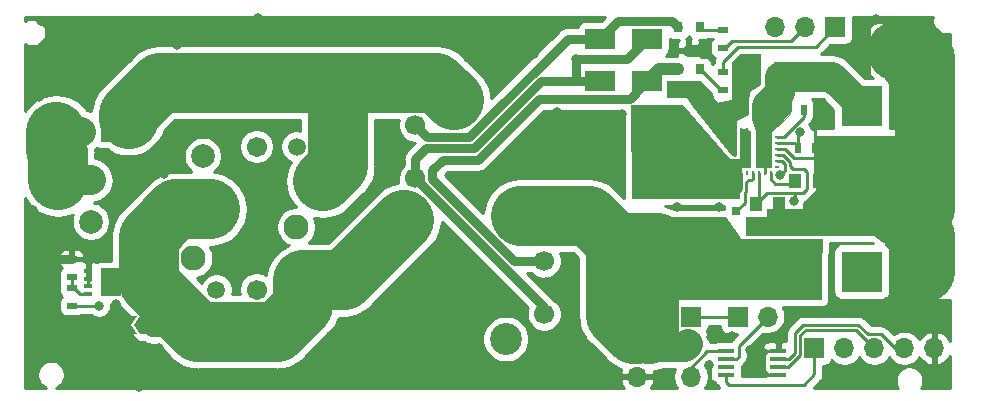
<source format=gtl>
G04 #@! TF.GenerationSoftware,KiCad,Pcbnew,(5.1.6-0-10_14)*
G04 #@! TF.CreationDate,2021-10-29T19:35:58+09:00*
G04 #@! TF.ProjectId,peltier+relay,70656c74-6965-4722-9b72-656c61792e6b,rev?*
G04 #@! TF.SameCoordinates,Original*
G04 #@! TF.FileFunction,Copper,L1,Top*
G04 #@! TF.FilePolarity,Positive*
%FSLAX46Y46*%
G04 Gerber Fmt 4.6, Leading zero omitted, Abs format (unit mm)*
G04 Created by KiCad (PCBNEW (5.1.6-0-10_14)) date 2021-10-29 19:35:58*
%MOMM*%
%LPD*%
G01*
G04 APERTURE LIST*
G04 #@! TA.AperFunction,NonConductor*
%ADD10C,0.100000*%
G04 #@! TD*
G04 #@! TA.AperFunction,EtchedComponent*
%ADD11C,0.100000*%
G04 #@! TD*
G04 #@! TA.AperFunction,ComponentPad*
%ADD12O,1.700000X1.700000*%
G04 #@! TD*
G04 #@! TA.AperFunction,ComponentPad*
%ADD13R,1.700000X1.700000*%
G04 #@! TD*
G04 #@! TA.AperFunction,SMDPad,CuDef*
%ADD14R,2.500000X1.800000*%
G04 #@! TD*
G04 #@! TA.AperFunction,ComponentPad*
%ADD15C,2.000000*%
G04 #@! TD*
G04 #@! TA.AperFunction,ComponentPad*
%ADD16R,3.500000X3.500000*%
G04 #@! TD*
G04 #@! TA.AperFunction,ComponentPad*
%ADD17C,2.700000*%
G04 #@! TD*
G04 #@! TA.AperFunction,ComponentPad*
%ADD18C,1.700000*%
G04 #@! TD*
G04 #@! TA.AperFunction,ComponentPad*
%ADD19C,2.108200*%
G04 #@! TD*
G04 #@! TA.AperFunction,ComponentPad*
%ADD20C,2.006600*%
G04 #@! TD*
G04 #@! TA.AperFunction,ComponentPad*
%ADD21C,1.701800*%
G04 #@! TD*
G04 #@! TA.AperFunction,ComponentPad*
%ADD22C,1.498600*%
G04 #@! TD*
G04 #@! TA.AperFunction,SMDPad,CuDef*
%ADD23R,4.100000X4.100000*%
G04 #@! TD*
G04 #@! TA.AperFunction,SMDPad,CuDef*
%ADD24R,0.700000X0.420000*%
G04 #@! TD*
G04 #@! TA.AperFunction,SMDPad,CuDef*
%ADD25R,0.540000X0.420000*%
G04 #@! TD*
G04 #@! TA.AperFunction,SMDPad,CuDef*
%ADD26R,0.800000X0.900000*%
G04 #@! TD*
G04 #@! TA.AperFunction,SMDPad,CuDef*
%ADD27R,0.450000X0.250000*%
G04 #@! TD*
G04 #@! TA.AperFunction,SMDPad,CuDef*
%ADD28R,0.250000X0.450000*%
G04 #@! TD*
G04 #@! TA.AperFunction,SMDPad,CuDef*
%ADD29R,1.450000X0.450000*%
G04 #@! TD*
G04 #@! TA.AperFunction,SMDPad,CuDef*
%ADD30R,1.450000X0.400000*%
G04 #@! TD*
G04 #@! TA.AperFunction,SMDPad,CuDef*
%ADD31R,1.000000X1.250000*%
G04 #@! TD*
G04 #@! TA.AperFunction,SMDPad,CuDef*
%ADD32R,0.750000X0.800000*%
G04 #@! TD*
G04 #@! TA.AperFunction,SMDPad,CuDef*
%ADD33R,0.800000X0.750000*%
G04 #@! TD*
G04 #@! TA.AperFunction,SMDPad,CuDef*
%ADD34R,1.000000X2.500000*%
G04 #@! TD*
G04 #@! TA.AperFunction,SMDPad,CuDef*
%ADD35R,0.900000X0.500000*%
G04 #@! TD*
G04 #@! TA.AperFunction,SMDPad,CuDef*
%ADD36R,0.500000X0.900000*%
G04 #@! TD*
G04 #@! TA.AperFunction,SMDPad,CuDef*
%ADD37C,0.100000*%
G04 #@! TD*
G04 #@! TA.AperFunction,ViaPad*
%ADD38C,0.800000*%
G04 #@! TD*
G04 #@! TA.AperFunction,Conductor*
%ADD39C,1.000000*%
G04 #@! TD*
G04 #@! TA.AperFunction,Conductor*
%ADD40C,0.750000*%
G04 #@! TD*
G04 #@! TA.AperFunction,Conductor*
%ADD41C,2.540000*%
G04 #@! TD*
G04 #@! TA.AperFunction,Conductor*
%ADD42C,0.250000*%
G04 #@! TD*
G04 #@! TA.AperFunction,Conductor*
%ADD43C,5.080000*%
G04 #@! TD*
G04 #@! TA.AperFunction,Conductor*
%ADD44C,0.254000*%
G04 #@! TD*
G04 APERTURE END LIST*
D10*
G36*
X174005000Y-100890000D02*
G01*
X160230000Y-100890000D01*
X160230000Y-99340000D01*
X161960000Y-99340000D01*
X161960000Y-98670000D01*
X165170000Y-98670000D01*
X165180000Y-98220000D01*
X166100000Y-97340000D01*
X166120000Y-92510000D01*
X173995000Y-92510000D01*
X174005000Y-100890000D01*
G37*
X174005000Y-100890000D02*
X160230000Y-100890000D01*
X160230000Y-99340000D01*
X161960000Y-99340000D01*
X161960000Y-98670000D01*
X165170000Y-98670000D01*
X165180000Y-98220000D01*
X166100000Y-97340000D01*
X166120000Y-92510000D01*
X173995000Y-92510000D01*
X174005000Y-100890000D01*
G36*
X166630000Y-102320000D02*
G01*
X159560000Y-102310000D01*
X159560000Y-101220000D01*
X166630000Y-101220000D01*
X166630000Y-102320000D01*
G37*
X166630000Y-102320000D02*
X159560000Y-102310000D01*
X159560000Y-101220000D01*
X166630000Y-101220000D01*
X166630000Y-102320000D01*
G36*
X161500000Y-88170000D02*
G01*
X160580000Y-88760000D01*
X160430000Y-89770000D01*
X160430000Y-90760000D01*
X159440000Y-91290000D01*
X159440000Y-94240000D01*
X159060000Y-94240000D01*
X159010000Y-94190000D01*
X155710000Y-90030000D01*
X155250000Y-89340000D01*
X153500000Y-89340000D01*
X153500000Y-87840000D01*
X156360000Y-87840000D01*
X157300000Y-88770000D01*
X157660000Y-89690000D01*
X159070000Y-89440000D01*
X159070000Y-86380000D01*
X159700000Y-85560000D01*
X161520000Y-85560000D01*
X161500000Y-88170000D01*
G37*
G36*
X160540000Y-102220000D02*
G01*
X166640000Y-102230000D01*
X166640000Y-106400000D01*
X150520000Y-106400000D01*
X150520000Y-99370000D01*
X158520000Y-99370000D01*
X160540000Y-102220000D01*
G37*
G36*
X158830000Y-94480000D02*
G01*
X159890000Y-94480000D01*
X159900000Y-95050000D01*
X159910000Y-95450000D01*
X159710000Y-95580000D01*
X159730000Y-97820000D01*
X150520000Y-97820000D01*
X150510000Y-89860000D01*
X154850000Y-89860000D01*
X158830000Y-94480000D01*
G37*
G36*
X163860000Y-90740000D02*
G01*
X162410000Y-92140000D01*
X161040000Y-92140000D01*
X160690000Y-91080000D01*
X160690000Y-90240000D01*
X163860000Y-89810000D01*
X163860000Y-90740000D01*
G37*
X163860000Y-90740000D02*
X162410000Y-92140000D01*
X161040000Y-92140000D01*
X160690000Y-91080000D01*
X160690000Y-90240000D01*
X163860000Y-89810000D01*
X163860000Y-90740000D01*
D11*
G36*
X107330000Y-106105000D02*
G01*
X105620000Y-106105000D01*
X105620000Y-103735000D01*
X107330000Y-103735000D01*
X107330000Y-106105000D01*
G37*
G36*
X161040000Y-92140000D02*
G01*
X162380000Y-92140000D01*
X162380000Y-95240000D01*
X161040000Y-95240000D01*
X161040000Y-92140000D01*
G37*
G36*
X159700000Y-92140000D02*
G01*
X160650000Y-92140000D01*
X160650000Y-95240000D01*
X159700000Y-95240000D01*
X159700000Y-92140000D01*
G37*
D12*
X176160000Y-110500000D03*
X173620000Y-110500000D03*
X171080000Y-110500000D03*
X168540000Y-110500000D03*
D13*
X166000000Y-110500000D03*
D14*
X151860000Y-87890000D03*
X147860000Y-87890000D03*
X151860000Y-84290000D03*
X147860000Y-84290000D03*
D15*
X104750000Y-99770000D03*
X104750000Y-96270000D03*
D12*
X162050000Y-107810000D03*
D13*
X159510000Y-107810000D03*
D12*
X155560000Y-112890000D03*
X155560000Y-110350000D03*
D13*
X155560000Y-107810000D03*
D16*
X170000000Y-104000000D03*
G04 #@! TA.AperFunction,ComponentPad*
G36*
G01*
X177500000Y-103000000D02*
X177500000Y-105000000D01*
G75*
G02*
X176750000Y-105750000I-750000J0D01*
G01*
X175250000Y-105750000D01*
G75*
G02*
X174500000Y-105000000I0J750000D01*
G01*
X174500000Y-103000000D01*
G75*
G02*
X175250000Y-102250000I750000J0D01*
G01*
X176750000Y-102250000D01*
G75*
G02*
X177500000Y-103000000I0J-750000D01*
G01*
G37*
G04 #@! TD.AperFunction*
G04 #@! TA.AperFunction,ComponentPad*
G36*
G01*
X174750000Y-98425000D02*
X174750000Y-100175000D01*
G75*
G02*
X173875000Y-101050000I-875000J0D01*
G01*
X172125000Y-101050000D01*
G75*
G02*
X171250000Y-100175000I0J875000D01*
G01*
X171250000Y-98425000D01*
G75*
G02*
X172125000Y-97550000I875000J0D01*
G01*
X173875000Y-97550000D01*
G75*
G02*
X174750000Y-98425000I0J-875000D01*
G01*
G37*
G04 #@! TD.AperFunction*
G04 #@! TA.AperFunction,ComponentPad*
G36*
G01*
X174750000Y-84425000D02*
X174750000Y-86175000D01*
G75*
G02*
X173875000Y-87050000I-875000J0D01*
G01*
X172125000Y-87050000D01*
G75*
G02*
X171250000Y-86175000I0J875000D01*
G01*
X171250000Y-84425000D01*
G75*
G02*
X172125000Y-83550000I875000J0D01*
G01*
X173875000Y-83550000D01*
G75*
G02*
X174750000Y-84425000I0J-875000D01*
G01*
G37*
G04 #@! TD.AperFunction*
G04 #@! TA.AperFunction,ComponentPad*
G36*
G01*
X177500000Y-89000000D02*
X177500000Y-91000000D01*
G75*
G02*
X176750000Y-91750000I-750000J0D01*
G01*
X175250000Y-91750000D01*
G75*
G02*
X174500000Y-91000000I0J750000D01*
G01*
X174500000Y-89000000D01*
G75*
G02*
X175250000Y-88250000I750000J0D01*
G01*
X176750000Y-88250000D01*
G75*
G02*
X177500000Y-89000000I0J-750000D01*
G01*
G37*
G04 #@! TD.AperFunction*
X170000000Y-90000000D03*
D17*
X139880000Y-109710000D03*
D18*
X143130000Y-107610000D03*
X143130000Y-103110000D03*
D15*
X140780000Y-99610000D03*
D17*
X135480000Y-89510000D03*
D18*
X132230000Y-91610000D03*
X132230000Y-96110000D03*
D15*
X131280000Y-99610000D03*
D19*
X114830000Y-98720000D03*
D20*
X114230000Y-94220000D03*
D21*
X118780000Y-93420000D03*
D22*
X122180000Y-93420000D03*
D19*
X124130000Y-96070000D03*
X122130000Y-100220000D03*
D20*
X122730000Y-104720000D03*
D21*
X118780000Y-105520000D03*
D22*
X115380000Y-105520000D03*
D19*
X113430000Y-102870000D03*
D23*
X152670000Y-92070000D03*
X152670000Y-101570000D03*
D24*
X104520000Y-103945000D03*
X104520000Y-104595000D03*
X104520000Y-105245000D03*
X104520000Y-105895000D03*
D25*
X107600000Y-105895000D03*
X107600000Y-105245000D03*
X107600000Y-104595000D03*
X107600000Y-103945000D03*
D26*
X156320000Y-86890000D03*
X154420000Y-86890000D03*
X155370000Y-88890000D03*
X155370000Y-85290000D03*
X154420000Y-83290000D03*
X156320000Y-83290000D03*
D27*
X162860000Y-95110000D03*
X162860000Y-94610000D03*
X162860000Y-94110000D03*
X162860000Y-93610000D03*
X162860000Y-93110000D03*
X162860000Y-92610000D03*
D28*
X162290000Y-92040000D03*
X161790000Y-92040000D03*
X161290000Y-92040000D03*
X160290000Y-92040000D03*
X159790000Y-92040000D03*
D27*
X159220000Y-92610000D03*
X159220000Y-93110000D03*
X159220000Y-93610000D03*
X159220000Y-94110000D03*
X159220000Y-94610000D03*
X159220000Y-95110000D03*
D28*
X159790000Y-95680000D03*
X160290000Y-95680000D03*
X160790000Y-95680000D03*
X161290000Y-95680000D03*
X161790000Y-95680000D03*
X162290000Y-95680000D03*
D29*
X158540000Y-112740000D03*
D30*
X158540000Y-112065000D03*
X158540000Y-111415000D03*
D29*
X158540000Y-110740000D03*
X162940000Y-110740000D03*
D30*
X162940000Y-111415000D03*
X162940000Y-112065000D03*
D29*
X162940000Y-112740000D03*
D12*
X151000000Y-112890000D03*
D13*
X151000000Y-110350000D03*
D12*
X162690010Y-83330008D03*
X165230010Y-83330008D03*
D13*
X167770010Y-83330008D03*
D31*
X163050000Y-98300000D03*
X161050000Y-98300000D03*
X164400000Y-96300000D03*
X166400000Y-96300000D03*
D32*
X159390000Y-98910000D03*
X159390000Y-97410000D03*
D33*
X160090000Y-90360000D03*
X161590000Y-90360000D03*
D34*
X160090000Y-87510000D03*
X163090000Y-87510000D03*
D35*
X103130000Y-106890000D03*
X103130000Y-105390000D03*
D36*
X165090000Y-90310000D03*
X163590000Y-90310000D03*
X164590000Y-93510000D03*
X166090000Y-93510000D03*
D35*
X158240000Y-88640000D03*
X158240000Y-87140000D03*
X103130000Y-104440000D03*
X103130000Y-102940000D03*
X158240000Y-85040000D03*
X158240000Y-83540000D03*
D12*
X103940000Y-92160000D03*
D13*
X106480000Y-92160000D03*
D32*
X161790000Y-100250000D03*
X161790000Y-101750000D03*
X165165001Y-101750000D03*
X165165001Y-100250000D03*
G04 #@! TA.AperFunction,SMDPad,CuDef*
D37*
G36*
X107465000Y-107800000D02*
G01*
X108615000Y-107800000D01*
X108115000Y-108550000D01*
X108615000Y-109300000D01*
X107465000Y-109300000D01*
X107465000Y-107800000D01*
G37*
G04 #@! TD.AperFunction*
G04 #@! TA.AperFunction,SMDPad,CuDef*
G36*
X108415000Y-108550000D02*
G01*
X108915000Y-107800000D01*
X109915000Y-107800000D01*
X109915000Y-109300000D01*
X108915000Y-109300000D01*
X108415000Y-108550000D01*
G37*
G04 #@! TD.AperFunction*
D38*
X145860000Y-86010000D03*
X162940000Y-109790000D03*
X156330000Y-85280000D03*
X156330000Y-88890000D03*
X102000000Y-102960000D03*
X100560000Y-82780000D03*
X100320000Y-89240000D03*
X105600000Y-82780000D03*
X104380000Y-89450000D03*
X103020000Y-85450000D03*
X106600000Y-87090000D03*
X109790000Y-82830000D03*
X112080000Y-84800000D03*
X118890000Y-82520000D03*
X116290000Y-84600000D03*
X111030000Y-93030000D03*
X110980000Y-95700000D03*
X108100000Y-97470000D03*
X107160000Y-96010000D03*
X109120000Y-95290000D03*
X105930000Y-93930000D03*
X99850000Y-98750000D03*
X101000000Y-100790000D03*
X99700000Y-103110000D03*
X100720000Y-106740000D03*
X99730000Y-113490000D03*
X99840000Y-110160000D03*
X104200000Y-113500000D03*
X102790000Y-110840000D03*
X104870000Y-108190000D03*
X106860000Y-106770000D03*
X110540000Y-110500000D03*
X106740000Y-110780000D03*
X108860000Y-113750000D03*
X114140000Y-113350000D03*
X119600000Y-113240000D03*
X126430000Y-113440000D03*
X133750000Y-113310000D03*
X140290000Y-113430000D03*
X143220000Y-109430000D03*
X147050000Y-113480000D03*
X144570000Y-111620000D03*
X147250000Y-111090000D03*
X153520000Y-112660000D03*
X145500000Y-107350000D03*
X140410000Y-106440000D03*
X143250000Y-104880000D03*
X145500000Y-102800000D03*
X135470000Y-95960000D03*
X137250000Y-97520000D03*
X130760000Y-94770000D03*
X127200000Y-98610000D03*
X121050000Y-95590000D03*
X118520000Y-97210000D03*
X117820000Y-103820000D03*
X119650000Y-102980000D03*
X118600000Y-100710000D03*
X140150000Y-83400000D03*
X142300000Y-85570000D03*
X144330000Y-83380000D03*
X144210000Y-90500000D03*
X144110000Y-95780000D03*
X149710000Y-90620000D03*
X149580000Y-96860000D03*
X146820000Y-93190000D03*
X154410000Y-98570000D03*
X157940000Y-98570000D03*
X166470000Y-89780000D03*
X166120000Y-91650000D03*
X158970000Y-89980000D03*
X157980000Y-91270000D03*
X158440000Y-92410000D03*
X171250000Y-82610000D03*
X169750000Y-86350000D03*
X176270000Y-86610000D03*
X173370000Y-88090000D03*
X168020000Y-85420000D03*
X173770000Y-92620000D03*
X177190000Y-95070000D03*
X175890000Y-98400000D03*
X177200000Y-101220000D03*
X173640000Y-102300000D03*
X168000000Y-106730000D03*
X171000000Y-108130000D03*
X172920000Y-106140000D03*
X174980000Y-109190000D03*
X177060000Y-107420000D03*
X176300000Y-112870000D03*
X171380000Y-113310000D03*
X167370000Y-113370000D03*
X160530000Y-110620000D03*
X159000000Y-109470000D03*
X157230000Y-109510000D03*
X157440000Y-113610000D03*
X157070000Y-111870000D03*
X164250000Y-98000000D03*
X105430000Y-106890000D03*
X164822653Y-92222653D03*
X163125000Y-95835002D03*
D39*
X152860000Y-86890000D02*
X151860000Y-87890000D01*
X154420000Y-86890000D02*
X152860000Y-86890000D01*
D40*
X150384999Y-89365001D02*
X151860000Y-87890000D01*
X142717320Y-89365001D02*
X150384999Y-89365001D01*
X137557293Y-94525029D02*
X142717320Y-89365001D01*
X133655001Y-95425999D02*
X134555971Y-94525029D01*
X133655001Y-96191485D02*
X133655001Y-95425999D01*
X134555971Y-94525029D02*
X137557293Y-94525029D01*
X140573516Y-103110000D02*
X133655001Y-96191485D01*
X143130000Y-103110000D02*
X140573516Y-103110000D01*
D41*
X167510000Y-87510000D02*
X163090000Y-87510000D01*
X170000000Y-90000000D02*
X167510000Y-87510000D01*
X161960001Y-89989999D02*
X161960001Y-90360000D01*
X163090000Y-88860000D02*
X161960001Y-89989999D01*
X163090000Y-87510000D02*
X163090000Y-88860000D01*
D39*
X163590000Y-89360000D02*
X163090000Y-88860000D01*
X163590000Y-90310000D02*
X163590000Y-89360000D01*
D42*
X161590000Y-90360000D02*
X161960001Y-89989999D01*
X161790000Y-90160000D02*
X161960001Y-89989999D01*
X161790000Y-92040000D02*
X161790000Y-90160000D01*
X161790000Y-95680000D02*
X161790000Y-92040000D01*
D40*
X143130000Y-107010000D02*
X143130000Y-107610000D01*
X132230000Y-96110000D02*
X143130000Y-107010000D01*
X145860000Y-87890000D02*
X145860000Y-86010000D01*
X151860000Y-84290000D02*
X151750000Y-84290000D01*
X145860000Y-87890000D02*
X142848804Y-87890000D01*
X142848804Y-87890000D02*
X137163786Y-93575019D01*
X137163786Y-93575019D02*
X133134981Y-93575019D01*
X132230000Y-94480000D02*
X132230000Y-96110000D01*
X133134981Y-93575019D02*
X132230000Y-94480000D01*
D42*
X161290000Y-92040000D02*
X161790000Y-92040000D01*
X161790000Y-92040000D02*
X162290000Y-92040000D01*
D40*
X150140000Y-86010000D02*
X151860000Y-84290000D01*
X145860000Y-86010000D02*
X150140000Y-86010000D01*
X147860000Y-87890000D02*
X145860000Y-87890000D01*
X153944999Y-82814999D02*
X154420000Y-83290000D01*
X149335001Y-82814999D02*
X153944999Y-82814999D01*
X147860000Y-84290000D02*
X149335001Y-82814999D01*
X136770279Y-92625009D02*
X133245009Y-92625009D01*
X145105288Y-84290000D02*
X136770279Y-92625009D01*
X133245009Y-92625009D02*
X132230000Y-91610000D01*
X145860000Y-84290000D02*
X145105288Y-84290000D01*
X145860000Y-84290000D02*
X147860000Y-84290000D01*
D43*
X133989999Y-88019999D02*
X130506799Y-88019999D01*
X135480000Y-89510000D02*
X133989999Y-88019999D01*
X107950010Y-90639990D02*
X107950010Y-91060000D01*
X110570001Y-88019999D02*
X107950010Y-90639990D01*
X125669301Y-95094865D02*
X125669301Y-88259299D01*
X125669301Y-88259299D02*
X125430001Y-88019999D01*
X125430001Y-88019999D02*
X110570001Y-88019999D01*
X124412083Y-96352083D02*
X125669301Y-95094865D01*
X130506799Y-88019999D02*
X125430001Y-88019999D01*
D42*
X155560000Y-107810000D02*
X159510000Y-107810000D01*
X161805001Y-102844999D02*
X161790000Y-102860000D01*
X165165001Y-102844999D02*
X161805001Y-102844999D01*
X153960000Y-102860000D02*
X152670000Y-101570000D01*
X161790000Y-102860000D02*
X153960000Y-102860000D01*
X154384999Y-103284999D02*
X152670000Y-101570000D01*
X154384999Y-109174999D02*
X154384999Y-103284999D01*
X155560000Y-110350000D02*
X154384999Y-109174999D01*
X155560000Y-110350000D02*
X151000000Y-110350000D01*
D43*
X152670000Y-101570000D02*
X149200000Y-101570000D01*
X146890598Y-99260598D02*
X143129402Y-99260598D01*
X149200000Y-101570000D02*
X146890598Y-99260598D01*
X150729999Y-109299999D02*
X151000000Y-109299999D01*
X149200000Y-107770000D02*
X150729999Y-109299999D01*
X149200000Y-101570000D02*
X149200000Y-107770000D01*
X152670000Y-101570000D02*
X151969999Y-102270001D01*
X151969999Y-102270001D02*
X151969999Y-109299999D01*
D41*
X155084316Y-110350000D02*
X155304315Y-110130001D01*
X151000000Y-110350000D02*
X155084316Y-110350000D01*
D43*
X143129402Y-99260598D02*
X141129402Y-99260598D01*
D42*
X161790000Y-101750000D02*
X161790000Y-102860000D01*
X165165001Y-101750000D02*
X165165001Y-102844999D01*
X155560000Y-112890000D02*
X155560000Y-112130000D01*
X156950000Y-110740000D02*
X158540000Y-110740000D01*
X155560000Y-112130000D02*
X156950000Y-110740000D01*
X162104998Y-112740000D02*
X161710000Y-112345002D01*
X162940000Y-112740000D02*
X162104998Y-112740000D01*
X161710000Y-110995000D02*
X161965000Y-110740000D01*
X161965000Y-110740000D02*
X162940000Y-110740000D01*
X161710000Y-112345002D02*
X161710000Y-110995000D01*
X162940000Y-110740000D02*
X162940000Y-109790000D01*
D43*
X175380990Y-100948988D02*
X175380990Y-104000000D01*
X173732002Y-99300000D02*
X175380990Y-100948988D01*
X173000000Y-99300000D02*
X173732002Y-99300000D01*
X174780000Y-99300000D02*
X173000000Y-99300000D01*
X175380990Y-85930990D02*
X175380990Y-98699010D01*
X174750000Y-85300000D02*
X175380990Y-85930990D01*
X175380990Y-98699010D02*
X174780000Y-99300000D01*
X173000000Y-85300000D02*
X174750000Y-85300000D01*
D42*
X159220000Y-92610000D02*
X159220000Y-93110000D01*
X159220000Y-93110000D02*
X159220000Y-93610000D01*
X159220000Y-93610000D02*
X159220000Y-94110000D01*
X160090000Y-87510000D02*
X160090000Y-90360000D01*
X159220000Y-91230000D02*
X159220000Y-92610000D01*
X160090000Y-90360000D02*
X159220000Y-91230000D01*
D39*
X156320000Y-85290000D02*
X156330000Y-85280000D01*
X155370000Y-85290000D02*
X156320000Y-85290000D01*
X156330000Y-88890000D02*
X155370000Y-88890000D01*
X157800000Y-90360000D02*
X159989991Y-90360000D01*
X156330000Y-88890000D02*
X157800000Y-90360000D01*
D42*
X103130000Y-102940000D02*
X104260000Y-102940000D01*
X104520000Y-103200000D02*
X104520000Y-103945000D01*
X104260000Y-102940000D02*
X104520000Y-103200000D01*
X104520000Y-103945000D02*
X104520000Y-104595000D01*
X104520000Y-104595000D02*
X104520000Y-105245000D01*
D40*
X102020000Y-102940000D02*
X102000000Y-102960000D01*
X103130000Y-102940000D02*
X102020000Y-102940000D01*
D42*
X159319991Y-94030009D02*
X159319992Y-91873598D01*
X159240000Y-94110000D02*
X159319991Y-94030009D01*
X159220000Y-94110000D02*
X159240000Y-94110000D01*
X163050000Y-98300000D02*
X163050000Y-98600000D01*
X166090000Y-91680000D02*
X166120000Y-91650000D01*
X166090000Y-93510000D02*
X166090000Y-91680000D01*
X166400000Y-96300000D02*
X166400000Y-97000000D01*
X166400000Y-97000000D02*
X165165001Y-98234999D01*
X166090000Y-95990000D02*
X166400000Y-96300000D01*
X166090000Y-94360000D02*
X166090000Y-95990000D01*
X166090000Y-93510000D02*
X166090000Y-94360000D01*
X164246410Y-94360000D02*
X166090000Y-94360000D01*
X163496410Y-93610000D02*
X164246410Y-94360000D01*
X162860000Y-93610000D02*
X163496410Y-93610000D01*
X163050000Y-98420000D02*
X163050000Y-98300000D01*
X163930000Y-99300000D02*
X163050000Y-98420000D01*
X173000000Y-99300000D02*
X163930000Y-99300000D01*
X165165001Y-98234999D02*
X165165001Y-100250000D01*
X161790000Y-100250000D02*
X161790000Y-99790000D01*
X163050000Y-98530000D02*
X163050000Y-98300000D01*
X161790000Y-99790000D02*
X163050000Y-98530000D01*
X105230000Y-108550000D02*
X104870000Y-108190000D01*
X107965000Y-108550000D02*
X105230000Y-108550000D01*
X171644001Y-109324999D02*
X172819002Y-110500000D01*
X170541409Y-109324999D02*
X171644001Y-109324999D01*
X169716401Y-108499991D02*
X170541409Y-109324999D01*
X164374989Y-110853603D02*
X164374990Y-109203598D01*
X165078598Y-108499990D02*
X169716401Y-108499991D01*
X164374990Y-109203598D02*
X165078598Y-108499990D01*
X163813592Y-111415000D02*
X164374989Y-110853603D01*
X172819002Y-110500000D02*
X173620000Y-110500000D01*
X162940000Y-111415000D02*
X163813592Y-111415000D01*
X164824999Y-109389999D02*
X165264998Y-108950000D01*
X164824999Y-111040003D02*
X164824999Y-109389999D01*
X163800002Y-112065000D02*
X164824999Y-111040003D01*
X162940000Y-112065000D02*
X163800002Y-112065000D01*
X169530000Y-108950000D02*
X171080000Y-110500000D01*
X165264998Y-108950000D02*
X169530000Y-108950000D01*
X158540000Y-112740000D02*
X158540000Y-113390000D01*
X158540000Y-113390000D02*
X158750000Y-113600000D01*
X158750000Y-113600000D02*
X165100000Y-113600000D01*
X166000000Y-112700000D02*
X166000000Y-110500000D01*
X165100000Y-113600000D02*
X166000000Y-112700000D01*
X161290000Y-98060000D02*
X161290000Y-95680000D01*
X161050000Y-98300000D02*
X161290000Y-98060000D01*
X162000001Y-97349999D02*
X161050000Y-98300000D01*
X164400001Y-97849999D02*
X164250000Y-98000000D01*
X164400001Y-97349999D02*
X164400001Y-97849999D01*
X164400001Y-97349999D02*
X162000001Y-97349999D01*
X165400000Y-95589998D02*
X165400000Y-97010002D01*
X163950000Y-95100000D02*
X164199999Y-95349999D01*
X165060003Y-97349999D02*
X164400001Y-97349999D01*
X165160001Y-95349999D02*
X165400000Y-95589998D01*
X163950000Y-94700000D02*
X163950000Y-95100000D01*
X163360000Y-94110000D02*
X163950000Y-94700000D01*
X165400000Y-97010002D02*
X165060003Y-97349999D01*
X164199999Y-95349999D02*
X165160001Y-95349999D01*
X162860000Y-94110000D02*
X163360000Y-94110000D01*
D43*
X126170000Y-104720000D02*
X122730000Y-104720000D01*
X131280000Y-99610000D02*
X126170000Y-104720000D01*
X122730000Y-106884534D02*
X122730000Y-104720000D01*
X114830000Y-98720000D02*
X111964730Y-98720000D01*
X120503633Y-109110901D02*
X122730000Y-106884534D01*
X113806735Y-109110901D02*
X120503633Y-109110901D01*
X109635899Y-101048831D02*
X109635899Y-104940065D01*
X111964730Y-98720000D02*
X109635899Y-101048831D01*
D42*
X113245834Y-108550000D02*
X113806735Y-109110901D01*
X109415000Y-108550000D02*
X113245834Y-108550000D01*
D39*
X109415000Y-108550000D02*
X109915000Y-109050000D01*
X109915000Y-109050000D02*
X110910000Y-109050000D01*
D43*
X112327917Y-107632083D02*
X113806735Y-109110901D01*
D39*
X110910000Y-109050000D02*
X112327917Y-107632083D01*
D43*
X109635899Y-104940065D02*
X112327917Y-107632083D01*
D42*
X103130000Y-105390000D02*
X103330000Y-105390000D01*
X103835000Y-105895000D02*
X104520000Y-105895000D01*
X103330000Y-105390000D02*
X103835000Y-105895000D01*
X103130000Y-105390000D02*
X103130000Y-104440000D01*
X158070000Y-88640000D02*
X156320000Y-86890000D01*
X158240000Y-88640000D02*
X158070000Y-88640000D01*
X156570000Y-83540000D02*
X156320000Y-83290000D01*
X158240000Y-83540000D02*
X156570000Y-83540000D01*
X103120000Y-106880000D02*
X103130000Y-106890000D01*
X105430000Y-106890000D02*
X103130000Y-106890000D01*
X167770010Y-83330008D02*
X166144999Y-84955019D01*
X166144999Y-84955019D02*
X159534981Y-84955019D01*
X158240000Y-86250000D02*
X158240000Y-87140000D01*
X159534981Y-84955019D02*
X158240000Y-86250000D01*
X164055009Y-84505009D02*
X158994991Y-84505009D01*
X165230010Y-83330008D02*
X164055009Y-84505009D01*
X158460000Y-85040000D02*
X158240000Y-85040000D01*
X158994991Y-84505009D02*
X158460000Y-85040000D01*
X162860000Y-92610000D02*
X163410000Y-92610000D01*
X165090000Y-90930000D02*
X165090000Y-90310000D01*
X163410000Y-92610000D02*
X165090000Y-90930000D01*
X159390000Y-98910000D02*
X160090001Y-98209999D01*
X160090001Y-98209999D02*
X160090001Y-97346409D01*
X160090001Y-97346409D02*
X160240010Y-97196400D01*
X160240010Y-96429990D02*
X160439999Y-96230001D01*
X160240010Y-97196400D02*
X160240010Y-96429990D01*
X160675001Y-96230001D02*
X160780000Y-96125002D01*
X160439999Y-96230001D02*
X160675001Y-96230001D01*
X160780000Y-95690000D02*
X160790000Y-95680000D01*
X160780000Y-96125002D02*
X160780000Y-95690000D01*
X164139997Y-96560003D02*
X164400000Y-96300000D01*
X162695003Y-96560003D02*
X164139997Y-96560003D01*
X162290000Y-96155000D02*
X162695003Y-96560003D01*
X162290000Y-95680000D02*
X162290000Y-96155000D01*
D41*
X103940000Y-92160000D02*
X101830000Y-92160000D01*
X104750000Y-96270000D02*
X101960000Y-96270000D01*
D43*
X101960000Y-93850000D02*
X101830000Y-93720000D01*
X101830000Y-93720000D02*
X101830000Y-92160000D01*
X101960000Y-96270000D02*
X101960000Y-93850000D01*
D42*
X159790000Y-97010000D02*
X159390000Y-97410000D01*
X159790000Y-95680000D02*
X159790000Y-97010000D01*
X159790000Y-92040000D02*
X160290000Y-92040000D01*
X159220000Y-94610000D02*
X159220000Y-95110000D01*
X159220000Y-95110000D02*
X159790000Y-95680000D01*
X159220000Y-94610000D02*
X159910000Y-94610000D01*
X159770001Y-92059999D02*
X159790000Y-92040000D01*
X159770001Y-94470001D02*
X159770001Y-92059999D01*
X159910000Y-94610000D02*
X159770001Y-94470001D01*
X155210000Y-94610000D02*
X152670000Y-92070000D01*
X159220000Y-94610000D02*
X155210000Y-94610000D01*
X162050000Y-107810000D02*
X159590001Y-110269999D01*
X159590001Y-110269999D02*
X159590001Y-111219999D01*
X159395000Y-111415000D02*
X158540000Y-111415000D01*
X159590001Y-111219999D02*
X159395000Y-111415000D01*
X162860000Y-93110000D02*
X164320000Y-93110000D01*
X164590000Y-93380000D02*
X164590000Y-93510000D01*
X164320000Y-93110000D02*
X164590000Y-93380000D01*
X164590000Y-92455306D02*
X164822653Y-92222653D01*
X164590000Y-93510000D02*
X164590000Y-92455306D01*
X162860000Y-94610000D02*
X163223590Y-94610000D01*
X163499989Y-94886399D02*
X163499989Y-95460013D01*
X163223590Y-94610000D02*
X163499989Y-94886399D01*
X163499989Y-95460013D02*
X163125000Y-95835002D01*
D44*
G36*
X157176928Y-111615000D02*
G01*
X157189188Y-111739482D01*
X157189345Y-111740000D01*
X157189188Y-111740518D01*
X157176928Y-111865000D01*
X157176928Y-112265000D01*
X157189188Y-112389482D01*
X157189345Y-112390000D01*
X157189188Y-112390518D01*
X157176928Y-112515000D01*
X157176928Y-112965000D01*
X157189188Y-113089482D01*
X157225498Y-113209180D01*
X157284463Y-113319494D01*
X157363815Y-113416185D01*
X157460506Y-113495537D01*
X157570820Y-113554502D01*
X157690518Y-113590812D01*
X157810296Y-113602609D01*
X157834454Y-113682247D01*
X157859037Y-113728236D01*
X157905026Y-113814276D01*
X157922034Y-113835000D01*
X156714565Y-113835000D01*
X156875990Y-113593411D01*
X156987932Y-113323158D01*
X157045000Y-113036260D01*
X157045000Y-112743740D01*
X156987932Y-112456842D01*
X156875990Y-112186589D01*
X156756717Y-112008084D01*
X157176928Y-111587874D01*
X157176928Y-111615000D01*
G37*
X157176928Y-111615000D02*
X157189188Y-111739482D01*
X157189345Y-111740000D01*
X157189188Y-111740518D01*
X157176928Y-111865000D01*
X157176928Y-112265000D01*
X157189188Y-112389482D01*
X157189345Y-112390000D01*
X157189188Y-112390518D01*
X157176928Y-112515000D01*
X157176928Y-112965000D01*
X157189188Y-113089482D01*
X157225498Y-113209180D01*
X157284463Y-113319494D01*
X157363815Y-113416185D01*
X157460506Y-113495537D01*
X157570820Y-113554502D01*
X157690518Y-113590812D01*
X157810296Y-113602609D01*
X157834454Y-113682247D01*
X157859037Y-113728236D01*
X157905026Y-113814276D01*
X157922034Y-113835000D01*
X156714565Y-113835000D01*
X156875990Y-113593411D01*
X156987932Y-113323158D01*
X157045000Y-113036260D01*
X157045000Y-112743740D01*
X156987932Y-112456842D01*
X156875990Y-112186589D01*
X156756717Y-112008084D01*
X157176928Y-111587874D01*
X157176928Y-111615000D01*
G36*
X122494301Y-92071099D02*
G01*
X122316342Y-92035700D01*
X122043658Y-92035700D01*
X121776215Y-92088898D01*
X121524288Y-92193249D01*
X121297560Y-92344744D01*
X121104744Y-92537560D01*
X120953249Y-92764288D01*
X120848898Y-93016215D01*
X120795700Y-93283658D01*
X120795700Y-93556342D01*
X120848898Y-93823785D01*
X120953249Y-94075712D01*
X121104744Y-94302440D01*
X121297560Y-94495256D01*
X121524288Y-94646751D01*
X121687396Y-94714312D01*
X121464573Y-95131185D01*
X121283024Y-95729675D01*
X121221721Y-96352083D01*
X121283024Y-96974491D01*
X121464573Y-97572981D01*
X121759394Y-98124552D01*
X122092875Y-98530900D01*
X121963638Y-98530900D01*
X121637308Y-98595811D01*
X121329911Y-98723139D01*
X121053261Y-98907990D01*
X120817990Y-99143261D01*
X120633139Y-99419911D01*
X120505811Y-99727308D01*
X120440900Y-100053638D01*
X120440900Y-100386362D01*
X120505811Y-100712692D01*
X120633139Y-101020089D01*
X120817990Y-101296739D01*
X121053261Y-101532010D01*
X121329911Y-101716861D01*
X121489502Y-101782966D01*
X120957530Y-102067311D01*
X120474073Y-102464073D01*
X120077311Y-102947530D01*
X119844229Y-103383596D01*
X119782490Y-103499101D01*
X119600940Y-104097591D01*
X119583949Y-104270104D01*
X119483838Y-104203212D01*
X119213421Y-104091202D01*
X118926348Y-104034100D01*
X118633652Y-104034100D01*
X118346579Y-104091202D01*
X118076162Y-104203212D01*
X117832794Y-104365826D01*
X117625826Y-104572794D01*
X117463212Y-104816162D01*
X117351202Y-105086579D01*
X117294100Y-105373652D01*
X117294100Y-105666348D01*
X117347717Y-105935901D01*
X116706083Y-105935901D01*
X116711102Y-105923785D01*
X116764300Y-105656342D01*
X116764300Y-105383658D01*
X116711102Y-105116215D01*
X116606751Y-104864288D01*
X116455256Y-104637560D01*
X116262440Y-104444744D01*
X116035712Y-104293249D01*
X115783785Y-104188898D01*
X115516342Y-104135700D01*
X115243658Y-104135700D01*
X114976215Y-104188898D01*
X114724288Y-104293249D01*
X114497560Y-104444744D01*
X114304744Y-104637560D01*
X114153249Y-104864288D01*
X114123081Y-104937120D01*
X113720391Y-104534429D01*
X113922692Y-104494189D01*
X114230089Y-104366861D01*
X114506739Y-104182010D01*
X114742010Y-103946739D01*
X114926861Y-103670089D01*
X115054189Y-103362692D01*
X115119100Y-103036362D01*
X115119100Y-102703638D01*
X115054189Y-102377308D01*
X114926861Y-102069911D01*
X114809990Y-101895000D01*
X114985973Y-101895000D01*
X115452409Y-101849060D01*
X116050899Y-101667510D01*
X116602470Y-101372689D01*
X117085927Y-100975927D01*
X117482689Y-100492470D01*
X117777510Y-99940899D01*
X117959060Y-99342409D01*
X118020362Y-98720000D01*
X117959060Y-98097591D01*
X117777510Y-97499101D01*
X117482689Y-96947530D01*
X117085927Y-96464073D01*
X116602470Y-96067311D01*
X116050899Y-95772490D01*
X115452409Y-95590940D01*
X115168896Y-95563016D01*
X115274355Y-95492551D01*
X115502551Y-95264355D01*
X115681843Y-94996026D01*
X115805341Y-94697874D01*
X115868300Y-94381358D01*
X115868300Y-94058642D01*
X115805341Y-93742126D01*
X115681843Y-93443974D01*
X115568038Y-93273652D01*
X117294100Y-93273652D01*
X117294100Y-93566348D01*
X117351202Y-93853421D01*
X117463212Y-94123838D01*
X117625826Y-94367206D01*
X117832794Y-94574174D01*
X118076162Y-94736788D01*
X118346579Y-94848798D01*
X118633652Y-94905900D01*
X118926348Y-94905900D01*
X119213421Y-94848798D01*
X119483838Y-94736788D01*
X119727206Y-94574174D01*
X119934174Y-94367206D01*
X120096788Y-94123838D01*
X120208798Y-93853421D01*
X120265900Y-93566348D01*
X120265900Y-93273652D01*
X120208798Y-92986579D01*
X120096788Y-92716162D01*
X119934174Y-92472794D01*
X119727206Y-92265826D01*
X119483838Y-92103212D01*
X119213421Y-91991202D01*
X118926348Y-91934100D01*
X118633652Y-91934100D01*
X118346579Y-91991202D01*
X118076162Y-92103212D01*
X117832794Y-92265826D01*
X117625826Y-92472794D01*
X117463212Y-92716162D01*
X117351202Y-92986579D01*
X117294100Y-93273652D01*
X115568038Y-93273652D01*
X115502551Y-93175645D01*
X115274355Y-92947449D01*
X115006026Y-92768157D01*
X114707874Y-92644659D01*
X114391358Y-92581700D01*
X114068642Y-92581700D01*
X113752126Y-92644659D01*
X113453974Y-92768157D01*
X113185645Y-92947449D01*
X112957449Y-93175645D01*
X112778157Y-93443974D01*
X112654659Y-93742126D01*
X112591700Y-94058642D01*
X112591700Y-94381358D01*
X112654659Y-94697874D01*
X112778157Y-94996026D01*
X112957449Y-95264355D01*
X113185645Y-95492551D01*
X113264140Y-95545000D01*
X112120699Y-95545000D01*
X111964729Y-95529638D01*
X111808759Y-95545000D01*
X111808757Y-95545000D01*
X111342321Y-95590940D01*
X110743831Y-95772490D01*
X110192260Y-96067311D01*
X109708803Y-96464073D01*
X109609373Y-96585229D01*
X107501133Y-98693470D01*
X107379972Y-98792904D01*
X106983210Y-99276362D01*
X106688389Y-99827933D01*
X106506839Y-100426423D01*
X106466014Y-100840927D01*
X106445537Y-101048831D01*
X106460899Y-101204802D01*
X106460900Y-103100000D01*
X105620000Y-103100000D01*
X105560495Y-103105834D01*
X105501013Y-103111248D01*
X105498882Y-103111875D01*
X105496661Y-103112093D01*
X105439379Y-103129388D01*
X105382125Y-103146238D01*
X105380153Y-103147269D01*
X105378020Y-103147913D01*
X105325219Y-103175988D01*
X105272297Y-103203655D01*
X105270563Y-103205049D01*
X105268596Y-103206095D01*
X105246997Y-103223711D01*
X105211780Y-103196184D01*
X105100095Y-103139859D01*
X104979567Y-103106406D01*
X104854829Y-103097108D01*
X104805750Y-103100000D01*
X104647000Y-103258750D01*
X104647000Y-103862000D01*
X104667000Y-103862000D01*
X104667000Y-103888750D01*
X104647000Y-103908750D01*
X104647000Y-104742000D01*
X104393000Y-104742000D01*
X104393000Y-103908750D01*
X104373000Y-103888750D01*
X104373000Y-103862000D01*
X104393000Y-103862000D01*
X104393000Y-103258750D01*
X104234250Y-103100000D01*
X104185171Y-103097108D01*
X104096935Y-103103685D01*
X104056250Y-103063000D01*
X103257000Y-103063000D01*
X103257000Y-103087000D01*
X103003000Y-103087000D01*
X103003000Y-103063000D01*
X102203750Y-103063000D01*
X102045000Y-103221750D01*
X102056896Y-103327397D01*
X102095674Y-103446318D01*
X102156907Y-103555389D01*
X102238242Y-103650419D01*
X102288425Y-103689895D01*
X102228815Y-103738815D01*
X102149463Y-103835506D01*
X102090498Y-103945820D01*
X102054188Y-104065518D01*
X102041928Y-104190000D01*
X102041928Y-104690000D01*
X102054188Y-104814482D01*
X102084680Y-104915000D01*
X102054188Y-105015518D01*
X102041928Y-105140000D01*
X102041928Y-105640000D01*
X102054188Y-105764482D01*
X102090498Y-105884180D01*
X102149463Y-105994494D01*
X102228815Y-106091185D01*
X102288296Y-106140000D01*
X102228815Y-106188815D01*
X102149463Y-106285506D01*
X102090498Y-106395820D01*
X102054188Y-106515518D01*
X102041928Y-106640000D01*
X102041928Y-107140000D01*
X102054188Y-107264482D01*
X102090498Y-107384180D01*
X102149463Y-107494494D01*
X102228815Y-107591185D01*
X102325506Y-107670537D01*
X102435820Y-107729502D01*
X102555518Y-107765812D01*
X102680000Y-107778072D01*
X103580000Y-107778072D01*
X103704482Y-107765812D01*
X103824180Y-107729502D01*
X103934494Y-107670537D01*
X103959518Y-107650000D01*
X104726289Y-107650000D01*
X104770226Y-107693937D01*
X104939744Y-107807205D01*
X105128102Y-107885226D01*
X105328061Y-107925000D01*
X105531939Y-107925000D01*
X105731898Y-107885226D01*
X105920256Y-107807205D01*
X106089774Y-107693937D01*
X106233937Y-107549774D01*
X106347205Y-107380256D01*
X106425226Y-107191898D01*
X106465000Y-106991939D01*
X106465000Y-106788061D01*
X106455440Y-106740000D01*
X107005751Y-106740000D01*
X107015110Y-106751404D01*
X107379973Y-107195992D01*
X107501128Y-107295421D01*
X108091162Y-107885456D01*
X107884092Y-108196061D01*
X107825754Y-108305204D01*
X107789319Y-108424864D01*
X107776928Y-108549333D01*
X107789059Y-108673827D01*
X107825243Y-108793563D01*
X107884092Y-108903939D01*
X108384092Y-109653939D01*
X108463815Y-109751185D01*
X108560506Y-109830537D01*
X108670820Y-109889502D01*
X108790518Y-109925812D01*
X108915000Y-109938072D01*
X109208009Y-109938072D01*
X109281377Y-109998284D01*
X109478553Y-110103676D01*
X109692501Y-110168577D01*
X109769910Y-110176201D01*
X109915000Y-110190491D01*
X109970752Y-110185000D01*
X110390707Y-110185000D01*
X111451374Y-111245667D01*
X111550808Y-111366828D01*
X112034265Y-111763590D01*
X112585836Y-112058411D01*
X113184326Y-112239961D01*
X113650762Y-112285901D01*
X113650764Y-112285901D01*
X113806734Y-112301263D01*
X113962704Y-112285901D01*
X120347663Y-112285901D01*
X120503633Y-112301263D01*
X120659603Y-112285901D01*
X120659606Y-112285901D01*
X121126042Y-112239961D01*
X121724532Y-112058411D01*
X122276103Y-111763590D01*
X122759560Y-111366828D01*
X122858994Y-111245667D01*
X124590166Y-109514495D01*
X137895000Y-109514495D01*
X137895000Y-109905505D01*
X137971282Y-110289003D01*
X138120915Y-110650250D01*
X138338149Y-110975364D01*
X138614636Y-111251851D01*
X138939750Y-111469085D01*
X139300997Y-111618718D01*
X139684495Y-111695000D01*
X140075505Y-111695000D01*
X140459003Y-111618718D01*
X140820250Y-111469085D01*
X141145364Y-111251851D01*
X141421851Y-110975364D01*
X141639085Y-110650250D01*
X141788718Y-110289003D01*
X141865000Y-109905505D01*
X141865000Y-109514495D01*
X141788718Y-109130997D01*
X141639085Y-108769750D01*
X141421851Y-108444636D01*
X141145364Y-108168149D01*
X140820250Y-107950915D01*
X140459003Y-107801282D01*
X140075505Y-107725000D01*
X139684495Y-107725000D01*
X139300997Y-107801282D01*
X138939750Y-107950915D01*
X138614636Y-108168149D01*
X138338149Y-108444636D01*
X138120915Y-108769750D01*
X137971282Y-109130997D01*
X137895000Y-109514495D01*
X124590166Y-109514495D01*
X124864772Y-109239890D01*
X124985927Y-109140461D01*
X125382689Y-108657004D01*
X125677510Y-108105433D01*
X125741344Y-107895000D01*
X126014030Y-107895000D01*
X126170000Y-107910362D01*
X126325970Y-107895000D01*
X126325973Y-107895000D01*
X126792409Y-107849060D01*
X127390899Y-107667510D01*
X127942470Y-107372689D01*
X128425927Y-106975927D01*
X128525361Y-106854766D01*
X133635353Y-101744775D01*
X133932688Y-101382471D01*
X134227510Y-100830899D01*
X134409059Y-100232410D01*
X134455235Y-99763590D01*
X141750811Y-107059167D01*
X141702068Y-107176842D01*
X141645000Y-107463740D01*
X141645000Y-107756260D01*
X141702068Y-108043158D01*
X141814010Y-108313411D01*
X141976525Y-108556632D01*
X142183368Y-108763475D01*
X142426589Y-108925990D01*
X142696842Y-109037932D01*
X142983740Y-109095000D01*
X143276260Y-109095000D01*
X143563158Y-109037932D01*
X143833411Y-108925990D01*
X144076632Y-108763475D01*
X144283475Y-108556632D01*
X144445990Y-108313411D01*
X144557932Y-108043158D01*
X144615000Y-107756260D01*
X144615000Y-107463740D01*
X144557932Y-107176842D01*
X144445990Y-106906589D01*
X144283475Y-106663368D01*
X144076632Y-106456525D01*
X143867886Y-106317045D01*
X143847633Y-106292367D01*
X143809100Y-106260744D01*
X141668356Y-104120000D01*
X142039893Y-104120000D01*
X142183368Y-104263475D01*
X142426589Y-104425990D01*
X142696842Y-104537932D01*
X142983740Y-104595000D01*
X143276260Y-104595000D01*
X143563158Y-104537932D01*
X143833411Y-104425990D01*
X144076632Y-104263475D01*
X144283475Y-104056632D01*
X144445990Y-103813411D01*
X144557932Y-103543158D01*
X144615000Y-103256260D01*
X144615000Y-102963740D01*
X144557932Y-102676842D01*
X144458006Y-102435598D01*
X145575471Y-102435598D01*
X146025000Y-102885128D01*
X146025001Y-107614020D01*
X146009638Y-107770000D01*
X146058462Y-108265707D01*
X146070941Y-108392409D01*
X146102988Y-108498053D01*
X146252490Y-108990898D01*
X146547311Y-109542469D01*
X146595344Y-109600997D01*
X146944074Y-110025927D01*
X147065230Y-110125357D01*
X148374638Y-111434765D01*
X148474072Y-111555926D01*
X148957529Y-111952688D01*
X149509100Y-112247509D01*
X149648894Y-112289915D01*
X149603175Y-112385901D01*
X149558524Y-112533110D01*
X149679845Y-112763000D01*
X150873000Y-112763000D01*
X150873000Y-112743000D01*
X151127000Y-112743000D01*
X151127000Y-112763000D01*
X152320155Y-112763000D01*
X152441476Y-112533110D01*
X152415209Y-112446512D01*
X152592408Y-112429059D01*
X153166203Y-112255000D01*
X154215673Y-112255000D01*
X154132068Y-112456842D01*
X154075000Y-112743740D01*
X154075000Y-113036260D01*
X154132068Y-113323158D01*
X154244010Y-113593411D01*
X154405435Y-113835000D01*
X152138813Y-113835000D01*
X152271641Y-113656920D01*
X152396825Y-113394099D01*
X152441476Y-113246890D01*
X152320155Y-113017000D01*
X151127000Y-113017000D01*
X151127000Y-113037000D01*
X150873000Y-113037000D01*
X150873000Y-113017000D01*
X149679845Y-113017000D01*
X149558524Y-113246890D01*
X149603175Y-113394099D01*
X149728359Y-113656920D01*
X149861187Y-113835000D01*
X101780935Y-113835000D01*
X101936248Y-113770667D01*
X102128584Y-113642152D01*
X102292152Y-113478584D01*
X102420667Y-113286248D01*
X102509190Y-113072536D01*
X102554318Y-112845660D01*
X102554318Y-112614340D01*
X102509190Y-112387464D01*
X102420667Y-112173752D01*
X102292152Y-111981416D01*
X102128584Y-111817848D01*
X101936248Y-111689333D01*
X101722536Y-111600810D01*
X101495660Y-111555682D01*
X101264340Y-111555682D01*
X101037464Y-111600810D01*
X100823752Y-111689333D01*
X100631416Y-111817848D01*
X100467848Y-111981416D01*
X100339333Y-112173752D01*
X100250810Y-112387464D01*
X100205682Y-112614340D01*
X100205682Y-112845660D01*
X100250810Y-113072536D01*
X100339333Y-113286248D01*
X100467848Y-113478584D01*
X100631416Y-113642152D01*
X100823752Y-113770667D01*
X100979065Y-113835000D01*
X99185000Y-113835000D01*
X99185000Y-102658250D01*
X102045000Y-102658250D01*
X102203750Y-102817000D01*
X103003000Y-102817000D01*
X103003000Y-102213750D01*
X103257000Y-102213750D01*
X103257000Y-102817000D01*
X104056250Y-102817000D01*
X104215000Y-102658250D01*
X104203104Y-102552603D01*
X104164326Y-102433682D01*
X104103093Y-102324611D01*
X104021758Y-102229581D01*
X103923447Y-102152245D01*
X103811937Y-102095575D01*
X103691514Y-102061748D01*
X103566805Y-102052064D01*
X103415750Y-102055000D01*
X103257000Y-102213750D01*
X103003000Y-102213750D01*
X102844250Y-102055000D01*
X102693195Y-102052064D01*
X102568486Y-102061748D01*
X102448063Y-102095575D01*
X102336553Y-102152245D01*
X102238242Y-102229581D01*
X102156907Y-102324611D01*
X102095674Y-102433682D01*
X102056896Y-102552603D01*
X102045000Y-102658250D01*
X99185000Y-102658250D01*
X99185000Y-97813641D01*
X99307311Y-98042469D01*
X99704073Y-98525927D01*
X100187530Y-98922689D01*
X100739101Y-99217510D01*
X101337591Y-99399060D01*
X101960000Y-99460362D01*
X102582408Y-99399060D01*
X103180898Y-99217510D01*
X103217168Y-99198123D01*
X103177832Y-99293088D01*
X103115000Y-99608967D01*
X103115000Y-99931033D01*
X103177832Y-100246912D01*
X103301082Y-100544463D01*
X103480013Y-100812252D01*
X103707748Y-101039987D01*
X103975537Y-101218918D01*
X104273088Y-101342168D01*
X104588967Y-101405000D01*
X104911033Y-101405000D01*
X105226912Y-101342168D01*
X105524463Y-101218918D01*
X105792252Y-101039987D01*
X106019987Y-100812252D01*
X106198918Y-100544463D01*
X106322168Y-100246912D01*
X106385000Y-99931033D01*
X106385000Y-99608967D01*
X106322168Y-99293088D01*
X106198918Y-98995537D01*
X106019987Y-98727748D01*
X105792252Y-98500013D01*
X105524463Y-98321082D01*
X105226912Y-98197832D01*
X105023193Y-98157310D01*
X105123445Y-98147436D01*
X105482539Y-98038506D01*
X105813482Y-97861613D01*
X106103556Y-97623556D01*
X106341613Y-97333482D01*
X106518506Y-97002539D01*
X106627436Y-96643445D01*
X106664217Y-96270000D01*
X106627436Y-95896555D01*
X106518506Y-95537461D01*
X106341613Y-95206518D01*
X106103556Y-94916444D01*
X105813482Y-94678387D01*
X105482539Y-94501494D01*
X105135000Y-94396069D01*
X105135000Y-94005973D01*
X105150362Y-93850000D01*
X105132855Y-93672246D01*
X105130412Y-93647444D01*
X105268093Y-93534453D01*
X105275506Y-93540537D01*
X105385820Y-93599502D01*
X105505518Y-93635812D01*
X105630000Y-93648072D01*
X106098805Y-93648072D01*
X106177541Y-93712689D01*
X106729112Y-94007510D01*
X107327602Y-94189060D01*
X107950010Y-94250362D01*
X108572419Y-94189060D01*
X109170909Y-94007510D01*
X109722480Y-93712689D01*
X110205937Y-93315927D01*
X110602699Y-92832470D01*
X110897520Y-92280898D01*
X110940319Y-92139808D01*
X111885129Y-91194999D01*
X122494302Y-91194999D01*
X122494301Y-92071099D01*
G37*
X122494301Y-92071099D02*
X122316342Y-92035700D01*
X122043658Y-92035700D01*
X121776215Y-92088898D01*
X121524288Y-92193249D01*
X121297560Y-92344744D01*
X121104744Y-92537560D01*
X120953249Y-92764288D01*
X120848898Y-93016215D01*
X120795700Y-93283658D01*
X120795700Y-93556342D01*
X120848898Y-93823785D01*
X120953249Y-94075712D01*
X121104744Y-94302440D01*
X121297560Y-94495256D01*
X121524288Y-94646751D01*
X121687396Y-94714312D01*
X121464573Y-95131185D01*
X121283024Y-95729675D01*
X121221721Y-96352083D01*
X121283024Y-96974491D01*
X121464573Y-97572981D01*
X121759394Y-98124552D01*
X122092875Y-98530900D01*
X121963638Y-98530900D01*
X121637308Y-98595811D01*
X121329911Y-98723139D01*
X121053261Y-98907990D01*
X120817990Y-99143261D01*
X120633139Y-99419911D01*
X120505811Y-99727308D01*
X120440900Y-100053638D01*
X120440900Y-100386362D01*
X120505811Y-100712692D01*
X120633139Y-101020089D01*
X120817990Y-101296739D01*
X121053261Y-101532010D01*
X121329911Y-101716861D01*
X121489502Y-101782966D01*
X120957530Y-102067311D01*
X120474073Y-102464073D01*
X120077311Y-102947530D01*
X119844229Y-103383596D01*
X119782490Y-103499101D01*
X119600940Y-104097591D01*
X119583949Y-104270104D01*
X119483838Y-104203212D01*
X119213421Y-104091202D01*
X118926348Y-104034100D01*
X118633652Y-104034100D01*
X118346579Y-104091202D01*
X118076162Y-104203212D01*
X117832794Y-104365826D01*
X117625826Y-104572794D01*
X117463212Y-104816162D01*
X117351202Y-105086579D01*
X117294100Y-105373652D01*
X117294100Y-105666348D01*
X117347717Y-105935901D01*
X116706083Y-105935901D01*
X116711102Y-105923785D01*
X116764300Y-105656342D01*
X116764300Y-105383658D01*
X116711102Y-105116215D01*
X116606751Y-104864288D01*
X116455256Y-104637560D01*
X116262440Y-104444744D01*
X116035712Y-104293249D01*
X115783785Y-104188898D01*
X115516342Y-104135700D01*
X115243658Y-104135700D01*
X114976215Y-104188898D01*
X114724288Y-104293249D01*
X114497560Y-104444744D01*
X114304744Y-104637560D01*
X114153249Y-104864288D01*
X114123081Y-104937120D01*
X113720391Y-104534429D01*
X113922692Y-104494189D01*
X114230089Y-104366861D01*
X114506739Y-104182010D01*
X114742010Y-103946739D01*
X114926861Y-103670089D01*
X115054189Y-103362692D01*
X115119100Y-103036362D01*
X115119100Y-102703638D01*
X115054189Y-102377308D01*
X114926861Y-102069911D01*
X114809990Y-101895000D01*
X114985973Y-101895000D01*
X115452409Y-101849060D01*
X116050899Y-101667510D01*
X116602470Y-101372689D01*
X117085927Y-100975927D01*
X117482689Y-100492470D01*
X117777510Y-99940899D01*
X117959060Y-99342409D01*
X118020362Y-98720000D01*
X117959060Y-98097591D01*
X117777510Y-97499101D01*
X117482689Y-96947530D01*
X117085927Y-96464073D01*
X116602470Y-96067311D01*
X116050899Y-95772490D01*
X115452409Y-95590940D01*
X115168896Y-95563016D01*
X115274355Y-95492551D01*
X115502551Y-95264355D01*
X115681843Y-94996026D01*
X115805341Y-94697874D01*
X115868300Y-94381358D01*
X115868300Y-94058642D01*
X115805341Y-93742126D01*
X115681843Y-93443974D01*
X115568038Y-93273652D01*
X117294100Y-93273652D01*
X117294100Y-93566348D01*
X117351202Y-93853421D01*
X117463212Y-94123838D01*
X117625826Y-94367206D01*
X117832794Y-94574174D01*
X118076162Y-94736788D01*
X118346579Y-94848798D01*
X118633652Y-94905900D01*
X118926348Y-94905900D01*
X119213421Y-94848798D01*
X119483838Y-94736788D01*
X119727206Y-94574174D01*
X119934174Y-94367206D01*
X120096788Y-94123838D01*
X120208798Y-93853421D01*
X120265900Y-93566348D01*
X120265900Y-93273652D01*
X120208798Y-92986579D01*
X120096788Y-92716162D01*
X119934174Y-92472794D01*
X119727206Y-92265826D01*
X119483838Y-92103212D01*
X119213421Y-91991202D01*
X118926348Y-91934100D01*
X118633652Y-91934100D01*
X118346579Y-91991202D01*
X118076162Y-92103212D01*
X117832794Y-92265826D01*
X117625826Y-92472794D01*
X117463212Y-92716162D01*
X117351202Y-92986579D01*
X117294100Y-93273652D01*
X115568038Y-93273652D01*
X115502551Y-93175645D01*
X115274355Y-92947449D01*
X115006026Y-92768157D01*
X114707874Y-92644659D01*
X114391358Y-92581700D01*
X114068642Y-92581700D01*
X113752126Y-92644659D01*
X113453974Y-92768157D01*
X113185645Y-92947449D01*
X112957449Y-93175645D01*
X112778157Y-93443974D01*
X112654659Y-93742126D01*
X112591700Y-94058642D01*
X112591700Y-94381358D01*
X112654659Y-94697874D01*
X112778157Y-94996026D01*
X112957449Y-95264355D01*
X113185645Y-95492551D01*
X113264140Y-95545000D01*
X112120699Y-95545000D01*
X111964729Y-95529638D01*
X111808759Y-95545000D01*
X111808757Y-95545000D01*
X111342321Y-95590940D01*
X110743831Y-95772490D01*
X110192260Y-96067311D01*
X109708803Y-96464073D01*
X109609373Y-96585229D01*
X107501133Y-98693470D01*
X107379972Y-98792904D01*
X106983210Y-99276362D01*
X106688389Y-99827933D01*
X106506839Y-100426423D01*
X106466014Y-100840927D01*
X106445537Y-101048831D01*
X106460899Y-101204802D01*
X106460900Y-103100000D01*
X105620000Y-103100000D01*
X105560495Y-103105834D01*
X105501013Y-103111248D01*
X105498882Y-103111875D01*
X105496661Y-103112093D01*
X105439379Y-103129388D01*
X105382125Y-103146238D01*
X105380153Y-103147269D01*
X105378020Y-103147913D01*
X105325219Y-103175988D01*
X105272297Y-103203655D01*
X105270563Y-103205049D01*
X105268596Y-103206095D01*
X105246997Y-103223711D01*
X105211780Y-103196184D01*
X105100095Y-103139859D01*
X104979567Y-103106406D01*
X104854829Y-103097108D01*
X104805750Y-103100000D01*
X104647000Y-103258750D01*
X104647000Y-103862000D01*
X104667000Y-103862000D01*
X104667000Y-103888750D01*
X104647000Y-103908750D01*
X104647000Y-104742000D01*
X104393000Y-104742000D01*
X104393000Y-103908750D01*
X104373000Y-103888750D01*
X104373000Y-103862000D01*
X104393000Y-103862000D01*
X104393000Y-103258750D01*
X104234250Y-103100000D01*
X104185171Y-103097108D01*
X104096935Y-103103685D01*
X104056250Y-103063000D01*
X103257000Y-103063000D01*
X103257000Y-103087000D01*
X103003000Y-103087000D01*
X103003000Y-103063000D01*
X102203750Y-103063000D01*
X102045000Y-103221750D01*
X102056896Y-103327397D01*
X102095674Y-103446318D01*
X102156907Y-103555389D01*
X102238242Y-103650419D01*
X102288425Y-103689895D01*
X102228815Y-103738815D01*
X102149463Y-103835506D01*
X102090498Y-103945820D01*
X102054188Y-104065518D01*
X102041928Y-104190000D01*
X102041928Y-104690000D01*
X102054188Y-104814482D01*
X102084680Y-104915000D01*
X102054188Y-105015518D01*
X102041928Y-105140000D01*
X102041928Y-105640000D01*
X102054188Y-105764482D01*
X102090498Y-105884180D01*
X102149463Y-105994494D01*
X102228815Y-106091185D01*
X102288296Y-106140000D01*
X102228815Y-106188815D01*
X102149463Y-106285506D01*
X102090498Y-106395820D01*
X102054188Y-106515518D01*
X102041928Y-106640000D01*
X102041928Y-107140000D01*
X102054188Y-107264482D01*
X102090498Y-107384180D01*
X102149463Y-107494494D01*
X102228815Y-107591185D01*
X102325506Y-107670537D01*
X102435820Y-107729502D01*
X102555518Y-107765812D01*
X102680000Y-107778072D01*
X103580000Y-107778072D01*
X103704482Y-107765812D01*
X103824180Y-107729502D01*
X103934494Y-107670537D01*
X103959518Y-107650000D01*
X104726289Y-107650000D01*
X104770226Y-107693937D01*
X104939744Y-107807205D01*
X105128102Y-107885226D01*
X105328061Y-107925000D01*
X105531939Y-107925000D01*
X105731898Y-107885226D01*
X105920256Y-107807205D01*
X106089774Y-107693937D01*
X106233937Y-107549774D01*
X106347205Y-107380256D01*
X106425226Y-107191898D01*
X106465000Y-106991939D01*
X106465000Y-106788061D01*
X106455440Y-106740000D01*
X107005751Y-106740000D01*
X107015110Y-106751404D01*
X107379973Y-107195992D01*
X107501128Y-107295421D01*
X108091162Y-107885456D01*
X107884092Y-108196061D01*
X107825754Y-108305204D01*
X107789319Y-108424864D01*
X107776928Y-108549333D01*
X107789059Y-108673827D01*
X107825243Y-108793563D01*
X107884092Y-108903939D01*
X108384092Y-109653939D01*
X108463815Y-109751185D01*
X108560506Y-109830537D01*
X108670820Y-109889502D01*
X108790518Y-109925812D01*
X108915000Y-109938072D01*
X109208009Y-109938072D01*
X109281377Y-109998284D01*
X109478553Y-110103676D01*
X109692501Y-110168577D01*
X109769910Y-110176201D01*
X109915000Y-110190491D01*
X109970752Y-110185000D01*
X110390707Y-110185000D01*
X111451374Y-111245667D01*
X111550808Y-111366828D01*
X112034265Y-111763590D01*
X112585836Y-112058411D01*
X113184326Y-112239961D01*
X113650762Y-112285901D01*
X113650764Y-112285901D01*
X113806734Y-112301263D01*
X113962704Y-112285901D01*
X120347663Y-112285901D01*
X120503633Y-112301263D01*
X120659603Y-112285901D01*
X120659606Y-112285901D01*
X121126042Y-112239961D01*
X121724532Y-112058411D01*
X122276103Y-111763590D01*
X122759560Y-111366828D01*
X122858994Y-111245667D01*
X124590166Y-109514495D01*
X137895000Y-109514495D01*
X137895000Y-109905505D01*
X137971282Y-110289003D01*
X138120915Y-110650250D01*
X138338149Y-110975364D01*
X138614636Y-111251851D01*
X138939750Y-111469085D01*
X139300997Y-111618718D01*
X139684495Y-111695000D01*
X140075505Y-111695000D01*
X140459003Y-111618718D01*
X140820250Y-111469085D01*
X141145364Y-111251851D01*
X141421851Y-110975364D01*
X141639085Y-110650250D01*
X141788718Y-110289003D01*
X141865000Y-109905505D01*
X141865000Y-109514495D01*
X141788718Y-109130997D01*
X141639085Y-108769750D01*
X141421851Y-108444636D01*
X141145364Y-108168149D01*
X140820250Y-107950915D01*
X140459003Y-107801282D01*
X140075505Y-107725000D01*
X139684495Y-107725000D01*
X139300997Y-107801282D01*
X138939750Y-107950915D01*
X138614636Y-108168149D01*
X138338149Y-108444636D01*
X138120915Y-108769750D01*
X137971282Y-109130997D01*
X137895000Y-109514495D01*
X124590166Y-109514495D01*
X124864772Y-109239890D01*
X124985927Y-109140461D01*
X125382689Y-108657004D01*
X125677510Y-108105433D01*
X125741344Y-107895000D01*
X126014030Y-107895000D01*
X126170000Y-107910362D01*
X126325970Y-107895000D01*
X126325973Y-107895000D01*
X126792409Y-107849060D01*
X127390899Y-107667510D01*
X127942470Y-107372689D01*
X128425927Y-106975927D01*
X128525361Y-106854766D01*
X133635353Y-101744775D01*
X133932688Y-101382471D01*
X134227510Y-100830899D01*
X134409059Y-100232410D01*
X134455235Y-99763590D01*
X141750811Y-107059167D01*
X141702068Y-107176842D01*
X141645000Y-107463740D01*
X141645000Y-107756260D01*
X141702068Y-108043158D01*
X141814010Y-108313411D01*
X141976525Y-108556632D01*
X142183368Y-108763475D01*
X142426589Y-108925990D01*
X142696842Y-109037932D01*
X142983740Y-109095000D01*
X143276260Y-109095000D01*
X143563158Y-109037932D01*
X143833411Y-108925990D01*
X144076632Y-108763475D01*
X144283475Y-108556632D01*
X144445990Y-108313411D01*
X144557932Y-108043158D01*
X144615000Y-107756260D01*
X144615000Y-107463740D01*
X144557932Y-107176842D01*
X144445990Y-106906589D01*
X144283475Y-106663368D01*
X144076632Y-106456525D01*
X143867886Y-106317045D01*
X143847633Y-106292367D01*
X143809100Y-106260744D01*
X141668356Y-104120000D01*
X142039893Y-104120000D01*
X142183368Y-104263475D01*
X142426589Y-104425990D01*
X142696842Y-104537932D01*
X142983740Y-104595000D01*
X143276260Y-104595000D01*
X143563158Y-104537932D01*
X143833411Y-104425990D01*
X144076632Y-104263475D01*
X144283475Y-104056632D01*
X144445990Y-103813411D01*
X144557932Y-103543158D01*
X144615000Y-103256260D01*
X144615000Y-102963740D01*
X144557932Y-102676842D01*
X144458006Y-102435598D01*
X145575471Y-102435598D01*
X146025000Y-102885128D01*
X146025001Y-107614020D01*
X146009638Y-107770000D01*
X146058462Y-108265707D01*
X146070941Y-108392409D01*
X146102988Y-108498053D01*
X146252490Y-108990898D01*
X146547311Y-109542469D01*
X146595344Y-109600997D01*
X146944074Y-110025927D01*
X147065230Y-110125357D01*
X148374638Y-111434765D01*
X148474072Y-111555926D01*
X148957529Y-111952688D01*
X149509100Y-112247509D01*
X149648894Y-112289915D01*
X149603175Y-112385901D01*
X149558524Y-112533110D01*
X149679845Y-112763000D01*
X150873000Y-112763000D01*
X150873000Y-112743000D01*
X151127000Y-112743000D01*
X151127000Y-112763000D01*
X152320155Y-112763000D01*
X152441476Y-112533110D01*
X152415209Y-112446512D01*
X152592408Y-112429059D01*
X153166203Y-112255000D01*
X154215673Y-112255000D01*
X154132068Y-112456842D01*
X154075000Y-112743740D01*
X154075000Y-113036260D01*
X154132068Y-113323158D01*
X154244010Y-113593411D01*
X154405435Y-113835000D01*
X152138813Y-113835000D01*
X152271641Y-113656920D01*
X152396825Y-113394099D01*
X152441476Y-113246890D01*
X152320155Y-113017000D01*
X151127000Y-113017000D01*
X151127000Y-113037000D01*
X150873000Y-113037000D01*
X150873000Y-113017000D01*
X149679845Y-113017000D01*
X149558524Y-113246890D01*
X149603175Y-113394099D01*
X149728359Y-113656920D01*
X149861187Y-113835000D01*
X101780935Y-113835000D01*
X101936248Y-113770667D01*
X102128584Y-113642152D01*
X102292152Y-113478584D01*
X102420667Y-113286248D01*
X102509190Y-113072536D01*
X102554318Y-112845660D01*
X102554318Y-112614340D01*
X102509190Y-112387464D01*
X102420667Y-112173752D01*
X102292152Y-111981416D01*
X102128584Y-111817848D01*
X101936248Y-111689333D01*
X101722536Y-111600810D01*
X101495660Y-111555682D01*
X101264340Y-111555682D01*
X101037464Y-111600810D01*
X100823752Y-111689333D01*
X100631416Y-111817848D01*
X100467848Y-111981416D01*
X100339333Y-112173752D01*
X100250810Y-112387464D01*
X100205682Y-112614340D01*
X100205682Y-112845660D01*
X100250810Y-113072536D01*
X100339333Y-113286248D01*
X100467848Y-113478584D01*
X100631416Y-113642152D01*
X100823752Y-113770667D01*
X100979065Y-113835000D01*
X99185000Y-113835000D01*
X99185000Y-102658250D01*
X102045000Y-102658250D01*
X102203750Y-102817000D01*
X103003000Y-102817000D01*
X103003000Y-102213750D01*
X103257000Y-102213750D01*
X103257000Y-102817000D01*
X104056250Y-102817000D01*
X104215000Y-102658250D01*
X104203104Y-102552603D01*
X104164326Y-102433682D01*
X104103093Y-102324611D01*
X104021758Y-102229581D01*
X103923447Y-102152245D01*
X103811937Y-102095575D01*
X103691514Y-102061748D01*
X103566805Y-102052064D01*
X103415750Y-102055000D01*
X103257000Y-102213750D01*
X103003000Y-102213750D01*
X102844250Y-102055000D01*
X102693195Y-102052064D01*
X102568486Y-102061748D01*
X102448063Y-102095575D01*
X102336553Y-102152245D01*
X102238242Y-102229581D01*
X102156907Y-102324611D01*
X102095674Y-102433682D01*
X102056896Y-102552603D01*
X102045000Y-102658250D01*
X99185000Y-102658250D01*
X99185000Y-97813641D01*
X99307311Y-98042469D01*
X99704073Y-98525927D01*
X100187530Y-98922689D01*
X100739101Y-99217510D01*
X101337591Y-99399060D01*
X101960000Y-99460362D01*
X102582408Y-99399060D01*
X103180898Y-99217510D01*
X103217168Y-99198123D01*
X103177832Y-99293088D01*
X103115000Y-99608967D01*
X103115000Y-99931033D01*
X103177832Y-100246912D01*
X103301082Y-100544463D01*
X103480013Y-100812252D01*
X103707748Y-101039987D01*
X103975537Y-101218918D01*
X104273088Y-101342168D01*
X104588967Y-101405000D01*
X104911033Y-101405000D01*
X105226912Y-101342168D01*
X105524463Y-101218918D01*
X105792252Y-101039987D01*
X106019987Y-100812252D01*
X106198918Y-100544463D01*
X106322168Y-100246912D01*
X106385000Y-99931033D01*
X106385000Y-99608967D01*
X106322168Y-99293088D01*
X106198918Y-98995537D01*
X106019987Y-98727748D01*
X105792252Y-98500013D01*
X105524463Y-98321082D01*
X105226912Y-98197832D01*
X105023193Y-98157310D01*
X105123445Y-98147436D01*
X105482539Y-98038506D01*
X105813482Y-97861613D01*
X106103556Y-97623556D01*
X106341613Y-97333482D01*
X106518506Y-97002539D01*
X106627436Y-96643445D01*
X106664217Y-96270000D01*
X106627436Y-95896555D01*
X106518506Y-95537461D01*
X106341613Y-95206518D01*
X106103556Y-94916444D01*
X105813482Y-94678387D01*
X105482539Y-94501494D01*
X105135000Y-94396069D01*
X105135000Y-94005973D01*
X105150362Y-93850000D01*
X105132855Y-93672246D01*
X105130412Y-93647444D01*
X105268093Y-93534453D01*
X105275506Y-93540537D01*
X105385820Y-93599502D01*
X105505518Y-93635812D01*
X105630000Y-93648072D01*
X106098805Y-93648072D01*
X106177541Y-93712689D01*
X106729112Y-94007510D01*
X107327602Y-94189060D01*
X107950010Y-94250362D01*
X108572419Y-94189060D01*
X109170909Y-94007510D01*
X109722480Y-93712689D01*
X110205937Y-93315927D01*
X110602699Y-92832470D01*
X110897520Y-92280898D01*
X110940319Y-92139808D01*
X111885129Y-91194999D01*
X122494302Y-91194999D01*
X122494301Y-92071099D01*
G36*
X175995682Y-82624340D02*
G01*
X175995682Y-82855660D01*
X176040810Y-83082536D01*
X176129333Y-83296248D01*
X176257848Y-83488584D01*
X176421416Y-83652152D01*
X176613752Y-83780667D01*
X176827464Y-83869190D01*
X177054340Y-83914318D01*
X177285660Y-83914318D01*
X177486000Y-83874468D01*
X177486000Y-87611963D01*
X176285750Y-87615000D01*
X176127000Y-87773750D01*
X176127000Y-89873000D01*
X176147000Y-89873000D01*
X176147000Y-90127000D01*
X176127000Y-90127000D01*
X176127000Y-92226250D01*
X176285750Y-92385000D01*
X177486000Y-92388037D01*
X177486001Y-101611963D01*
X176285750Y-101615000D01*
X176127000Y-101773750D01*
X176127000Y-103873000D01*
X176147000Y-103873000D01*
X176147000Y-104127000D01*
X176127000Y-104127000D01*
X176127000Y-106226250D01*
X176285750Y-106385000D01*
X177486001Y-106388037D01*
X177486001Y-109838268D01*
X177355178Y-109618645D01*
X177160269Y-109402412D01*
X176926920Y-109228359D01*
X176664099Y-109103175D01*
X176516890Y-109058524D01*
X176287000Y-109179845D01*
X176287000Y-110373000D01*
X176307000Y-110373000D01*
X176307000Y-110627000D01*
X176287000Y-110627000D01*
X176287000Y-111820155D01*
X176516890Y-111941476D01*
X176664099Y-111896825D01*
X176926920Y-111771641D01*
X177160269Y-111597588D01*
X177355178Y-111381355D01*
X177486001Y-111161732D01*
X177486001Y-113835000D01*
X175031365Y-113835000D01*
X175090667Y-113746248D01*
X175179190Y-113532536D01*
X175224318Y-113305660D01*
X175224318Y-113074340D01*
X175179190Y-112847464D01*
X175090667Y-112633752D01*
X174962152Y-112441416D01*
X174798584Y-112277848D01*
X174606248Y-112149333D01*
X174392536Y-112060810D01*
X174165660Y-112015682D01*
X173934340Y-112015682D01*
X173707464Y-112060810D01*
X173493752Y-112149333D01*
X173301416Y-112277848D01*
X173137848Y-112441416D01*
X173009333Y-112633752D01*
X172920810Y-112847464D01*
X172875682Y-113074340D01*
X172875682Y-113305660D01*
X172920810Y-113532536D01*
X173009333Y-113746248D01*
X173068635Y-113835000D01*
X165939801Y-113835000D01*
X166511004Y-113263798D01*
X166540001Y-113240001D01*
X166634974Y-113124276D01*
X166705546Y-112992247D01*
X166749003Y-112848986D01*
X166760000Y-112737333D01*
X166760000Y-112737324D01*
X166763676Y-112700001D01*
X166760000Y-112662678D01*
X166760000Y-111988072D01*
X166850000Y-111988072D01*
X166974482Y-111975812D01*
X167094180Y-111939502D01*
X167204494Y-111880537D01*
X167301185Y-111801185D01*
X167380537Y-111704494D01*
X167439502Y-111594180D01*
X167461513Y-111521620D01*
X167593368Y-111653475D01*
X167836589Y-111815990D01*
X168106842Y-111927932D01*
X168393740Y-111985000D01*
X168686260Y-111985000D01*
X168973158Y-111927932D01*
X169243411Y-111815990D01*
X169486632Y-111653475D01*
X169693475Y-111446632D01*
X169810000Y-111272240D01*
X169926525Y-111446632D01*
X170133368Y-111653475D01*
X170376589Y-111815990D01*
X170646842Y-111927932D01*
X170933740Y-111985000D01*
X171226260Y-111985000D01*
X171513158Y-111927932D01*
X171783411Y-111815990D01*
X172026632Y-111653475D01*
X172233475Y-111446632D01*
X172350000Y-111272240D01*
X172466525Y-111446632D01*
X172673368Y-111653475D01*
X172916589Y-111815990D01*
X173186842Y-111927932D01*
X173473740Y-111985000D01*
X173766260Y-111985000D01*
X174053158Y-111927932D01*
X174323411Y-111815990D01*
X174566632Y-111653475D01*
X174773475Y-111446632D01*
X174895195Y-111264466D01*
X174964822Y-111381355D01*
X175159731Y-111597588D01*
X175393080Y-111771641D01*
X175655901Y-111896825D01*
X175803110Y-111941476D01*
X176033000Y-111820155D01*
X176033000Y-110627000D01*
X176013000Y-110627000D01*
X176013000Y-110373000D01*
X176033000Y-110373000D01*
X176033000Y-109179845D01*
X175803110Y-109058524D01*
X175655901Y-109103175D01*
X175393080Y-109228359D01*
X175159731Y-109402412D01*
X174964822Y-109618645D01*
X174895195Y-109735534D01*
X174773475Y-109553368D01*
X174566632Y-109346525D01*
X174323411Y-109184010D01*
X174053158Y-109072068D01*
X173766260Y-109015000D01*
X173473740Y-109015000D01*
X173186842Y-109072068D01*
X172916589Y-109184010D01*
X172713508Y-109319704D01*
X172207805Y-108814002D01*
X172184002Y-108784998D01*
X172068277Y-108690025D01*
X171936248Y-108619453D01*
X171792987Y-108575996D01*
X171681334Y-108564999D01*
X171681323Y-108564999D01*
X171644001Y-108561323D01*
X171606679Y-108564999D01*
X170856211Y-108564999D01*
X170280200Y-107988989D01*
X170256402Y-107959991D01*
X170214951Y-107925973D01*
X170140677Y-107865017D01*
X170008647Y-107794445D01*
X169882763Y-107756260D01*
X169865387Y-107750989D01*
X169753734Y-107739992D01*
X169716401Y-107736315D01*
X169679069Y-107739992D01*
X165115921Y-107739990D01*
X165078598Y-107736314D01*
X165041275Y-107739990D01*
X165041266Y-107739990D01*
X164929613Y-107750987D01*
X164840324Y-107778072D01*
X164786351Y-107794444D01*
X164654321Y-107865016D01*
X164567595Y-107936191D01*
X164567591Y-107936195D01*
X164538598Y-107959989D01*
X164514804Y-107988982D01*
X163863988Y-108639799D01*
X163834990Y-108663597D01*
X163811192Y-108692595D01*
X163811191Y-108692596D01*
X163740016Y-108779322D01*
X163669444Y-108911352D01*
X163645315Y-108990898D01*
X163625988Y-109054612D01*
X163621205Y-109103175D01*
X163611314Y-109203598D01*
X163614991Y-109240930D01*
X163614990Y-109877283D01*
X163225750Y-109880000D01*
X163067000Y-110038750D01*
X163067000Y-110576928D01*
X162813000Y-110576928D01*
X162813000Y-110038750D01*
X162654250Y-109880000D01*
X162224715Y-109877002D01*
X162100061Y-109887366D01*
X161979825Y-109921849D01*
X161868625Y-109979126D01*
X161770737Y-110056997D01*
X161689922Y-110152469D01*
X161629285Y-110261873D01*
X161591156Y-110381004D01*
X161580000Y-110483250D01*
X161738750Y-110642000D01*
X161939947Y-110642000D01*
X161860506Y-110684463D01*
X161763815Y-110763815D01*
X161684463Y-110860506D01*
X161647968Y-110928782D01*
X161580000Y-110996750D01*
X161589955Y-111087989D01*
X161589188Y-111090518D01*
X161576928Y-111215000D01*
X161576928Y-111615000D01*
X161589188Y-111739482D01*
X161589345Y-111740000D01*
X161589188Y-111740518D01*
X161576928Y-111865000D01*
X161576928Y-112265000D01*
X161589188Y-112389482D01*
X161589955Y-112392011D01*
X161580000Y-112483250D01*
X161647968Y-112551218D01*
X161684463Y-112619494D01*
X161763815Y-112716185D01*
X161860506Y-112795537D01*
X161939947Y-112838000D01*
X161738750Y-112838000D01*
X161736750Y-112840000D01*
X159903072Y-112840000D01*
X159903072Y-112515000D01*
X159890812Y-112390518D01*
X159890655Y-112390000D01*
X159890812Y-112389482D01*
X159903072Y-112265000D01*
X159903072Y-111981204D01*
X159935001Y-111955001D01*
X159958804Y-111925997D01*
X160100998Y-111783803D01*
X160130002Y-111760000D01*
X160224975Y-111644275D01*
X160295547Y-111512246D01*
X160339004Y-111368985D01*
X160350001Y-111257332D01*
X160350001Y-111257323D01*
X160353677Y-111220000D01*
X160350001Y-111182677D01*
X160350001Y-110584800D01*
X161683592Y-109251210D01*
X161903740Y-109295000D01*
X162196260Y-109295000D01*
X162483158Y-109237932D01*
X162753411Y-109125990D01*
X162996632Y-108963475D01*
X163203475Y-108756632D01*
X163365990Y-108513411D01*
X163477932Y-108243158D01*
X163535000Y-107956260D01*
X163535000Y-107663740D01*
X163477932Y-107376842D01*
X163365990Y-107106589D01*
X163318156Y-107035000D01*
X166640000Y-107035000D01*
X166699505Y-107029166D01*
X166758987Y-107023752D01*
X166761118Y-107023125D01*
X166763339Y-107022907D01*
X166820621Y-107005612D01*
X166877875Y-106988762D01*
X166879847Y-106987731D01*
X166881980Y-106987087D01*
X166934781Y-106959012D01*
X166987703Y-106931345D01*
X166989437Y-106929951D01*
X166991404Y-106928905D01*
X167037737Y-106891117D01*
X167084286Y-106853690D01*
X167085717Y-106851985D01*
X167087443Y-106850577D01*
X167125539Y-106804527D01*
X167163947Y-106758754D01*
X167165020Y-106756802D01*
X167166439Y-106755087D01*
X167194851Y-106702539D01*
X167223651Y-106650153D01*
X167224325Y-106648029D01*
X167225383Y-106646072D01*
X167243034Y-106589050D01*
X167261124Y-106532024D01*
X167261373Y-106529808D01*
X167262030Y-106527684D01*
X167268276Y-106468257D01*
X167274938Y-106408866D01*
X167274968Y-106404596D01*
X167274985Y-106404433D01*
X167274970Y-106404270D01*
X167275000Y-106400000D01*
X167275000Y-102541661D01*
X167280364Y-102524417D01*
X167300031Y-102462420D01*
X167300245Y-102460513D01*
X167300813Y-102458687D01*
X167307685Y-102394180D01*
X167314933Y-102329564D01*
X167314959Y-102325905D01*
X167314975Y-102325751D01*
X167314961Y-102325593D01*
X167315000Y-102320000D01*
X167315000Y-101575000D01*
X170888759Y-101575000D01*
X170895506Y-101580537D01*
X170954233Y-101611928D01*
X168250000Y-101611928D01*
X168125518Y-101624188D01*
X168005820Y-101660498D01*
X167895506Y-101719463D01*
X167798815Y-101798815D01*
X167719463Y-101895506D01*
X167660498Y-102005820D01*
X167624188Y-102125518D01*
X167611928Y-102250000D01*
X167611928Y-105750000D01*
X167624188Y-105874482D01*
X167660498Y-105994180D01*
X167719463Y-106104494D01*
X167798815Y-106201185D01*
X167895506Y-106280537D01*
X168005820Y-106339502D01*
X168125518Y-106375812D01*
X168250000Y-106388072D01*
X171750000Y-106388072D01*
X171874482Y-106375812D01*
X171994180Y-106339502D01*
X172104494Y-106280537D01*
X172201185Y-106201185D01*
X172280537Y-106104494D01*
X172339502Y-105994180D01*
X172375812Y-105874482D01*
X172388072Y-105750000D01*
X173861928Y-105750000D01*
X173874188Y-105874482D01*
X173910498Y-105994180D01*
X173969463Y-106104494D01*
X174048815Y-106201185D01*
X174145506Y-106280537D01*
X174255820Y-106339502D01*
X174375518Y-106375812D01*
X174500000Y-106388072D01*
X175714250Y-106385000D01*
X175873000Y-106226250D01*
X175873000Y-104127000D01*
X174023750Y-104127000D01*
X173865000Y-104285750D01*
X173861928Y-105750000D01*
X172388072Y-105750000D01*
X172388072Y-102250000D01*
X172375812Y-102125518D01*
X172339502Y-102005820D01*
X172280537Y-101895506D01*
X172201185Y-101798815D01*
X172104494Y-101719463D01*
X172042655Y-101686409D01*
X172714250Y-101685000D01*
X172824250Y-101575000D01*
X173175750Y-101575000D01*
X173285750Y-101685000D01*
X174206367Y-101686931D01*
X174145506Y-101719463D01*
X174048815Y-101798815D01*
X173969463Y-101895506D01*
X173910498Y-102005820D01*
X173874188Y-102125518D01*
X173861928Y-102250000D01*
X173865000Y-103714250D01*
X174023750Y-103873000D01*
X175873000Y-103873000D01*
X175873000Y-101773750D01*
X175714250Y-101615000D01*
X175043195Y-101613302D01*
X175104494Y-101580537D01*
X175201185Y-101501185D01*
X175280537Y-101404494D01*
X175339502Y-101294180D01*
X175375812Y-101174482D01*
X175388072Y-101050000D01*
X175385000Y-99585750D01*
X175226250Y-99427000D01*
X174688255Y-99427000D01*
X174687952Y-99173000D01*
X175226250Y-99173000D01*
X175385000Y-99014250D01*
X175388072Y-97550000D01*
X175375812Y-97425518D01*
X175339502Y-97305820D01*
X175280537Y-97195506D01*
X175201185Y-97098815D01*
X175104494Y-97019463D01*
X174994180Y-96960498D01*
X174874482Y-96924188D01*
X174750000Y-96911928D01*
X174685254Y-96912064D01*
X174680000Y-92509183D01*
X174673669Y-92445404D01*
X174668413Y-92387646D01*
X175714250Y-92385000D01*
X175873000Y-92226250D01*
X175873000Y-90127000D01*
X174023750Y-90127000D01*
X173865000Y-90285750D01*
X173861928Y-91750000D01*
X173869315Y-91825000D01*
X172380685Y-91825000D01*
X172388072Y-91750000D01*
X172388072Y-88250000D01*
X172375812Y-88125518D01*
X172339502Y-88005820D01*
X172280537Y-87895506D01*
X172201185Y-87798815D01*
X172104494Y-87719463D01*
X172042655Y-87686409D01*
X172714250Y-87685000D01*
X172873000Y-87526250D01*
X172873000Y-85427000D01*
X173127000Y-85427000D01*
X173127000Y-87526250D01*
X173285750Y-87685000D01*
X174206367Y-87686931D01*
X174145506Y-87719463D01*
X174048815Y-87798815D01*
X173969463Y-87895506D01*
X173910498Y-88005820D01*
X173874188Y-88125518D01*
X173861928Y-88250000D01*
X173865000Y-89714250D01*
X174023750Y-89873000D01*
X175873000Y-89873000D01*
X175873000Y-87773750D01*
X175714250Y-87615000D01*
X175043195Y-87613302D01*
X175104494Y-87580537D01*
X175201185Y-87501185D01*
X175280537Y-87404494D01*
X175339502Y-87294180D01*
X175375812Y-87174482D01*
X175388072Y-87050000D01*
X175385000Y-85585750D01*
X175226250Y-85427000D01*
X173127000Y-85427000D01*
X172873000Y-85427000D01*
X170773750Y-85427000D01*
X170615000Y-85585750D01*
X170611928Y-87050000D01*
X170624188Y-87174482D01*
X170660498Y-87294180D01*
X170719463Y-87404494D01*
X170798815Y-87501185D01*
X170895506Y-87580537D01*
X170954233Y-87611928D01*
X170306004Y-87611928D01*
X168923220Y-86229145D01*
X168863556Y-86156444D01*
X168573482Y-85918387D01*
X168242539Y-85741494D01*
X167883445Y-85632564D01*
X167603582Y-85605000D01*
X167603580Y-85605000D01*
X167510000Y-85595783D01*
X167416420Y-85605000D01*
X166541199Y-85605000D01*
X166569275Y-85589993D01*
X166685000Y-85495020D01*
X166708803Y-85466016D01*
X167356739Y-84818080D01*
X168620010Y-84818080D01*
X168744492Y-84805820D01*
X168864190Y-84769510D01*
X168974504Y-84710545D01*
X169071195Y-84631193D01*
X169150547Y-84534502D01*
X169209512Y-84424188D01*
X169245822Y-84304490D01*
X169258082Y-84180008D01*
X169258082Y-83550000D01*
X170611928Y-83550000D01*
X170615000Y-85014250D01*
X170773750Y-85173000D01*
X172873000Y-85173000D01*
X172873000Y-83073750D01*
X173127000Y-83073750D01*
X173127000Y-85173000D01*
X175226250Y-85173000D01*
X175385000Y-85014250D01*
X175388072Y-83550000D01*
X175375812Y-83425518D01*
X175339502Y-83305820D01*
X175280537Y-83195506D01*
X175201185Y-83098815D01*
X175104494Y-83019463D01*
X174994180Y-82960498D01*
X174874482Y-82924188D01*
X174750000Y-82911928D01*
X173285750Y-82915000D01*
X173127000Y-83073750D01*
X172873000Y-83073750D01*
X172714250Y-82915000D01*
X171250000Y-82911928D01*
X171125518Y-82924188D01*
X171005820Y-82960498D01*
X170895506Y-83019463D01*
X170798815Y-83098815D01*
X170719463Y-83195506D01*
X170660498Y-83305820D01*
X170624188Y-83425518D01*
X170611928Y-83550000D01*
X169258082Y-83550000D01*
X169258082Y-82480008D01*
X169257589Y-82475000D01*
X176025387Y-82475000D01*
X175995682Y-82624340D01*
G37*
X175995682Y-82624340D02*
X175995682Y-82855660D01*
X176040810Y-83082536D01*
X176129333Y-83296248D01*
X176257848Y-83488584D01*
X176421416Y-83652152D01*
X176613752Y-83780667D01*
X176827464Y-83869190D01*
X177054340Y-83914318D01*
X177285660Y-83914318D01*
X177486000Y-83874468D01*
X177486000Y-87611963D01*
X176285750Y-87615000D01*
X176127000Y-87773750D01*
X176127000Y-89873000D01*
X176147000Y-89873000D01*
X176147000Y-90127000D01*
X176127000Y-90127000D01*
X176127000Y-92226250D01*
X176285750Y-92385000D01*
X177486000Y-92388037D01*
X177486001Y-101611963D01*
X176285750Y-101615000D01*
X176127000Y-101773750D01*
X176127000Y-103873000D01*
X176147000Y-103873000D01*
X176147000Y-104127000D01*
X176127000Y-104127000D01*
X176127000Y-106226250D01*
X176285750Y-106385000D01*
X177486001Y-106388037D01*
X177486001Y-109838268D01*
X177355178Y-109618645D01*
X177160269Y-109402412D01*
X176926920Y-109228359D01*
X176664099Y-109103175D01*
X176516890Y-109058524D01*
X176287000Y-109179845D01*
X176287000Y-110373000D01*
X176307000Y-110373000D01*
X176307000Y-110627000D01*
X176287000Y-110627000D01*
X176287000Y-111820155D01*
X176516890Y-111941476D01*
X176664099Y-111896825D01*
X176926920Y-111771641D01*
X177160269Y-111597588D01*
X177355178Y-111381355D01*
X177486001Y-111161732D01*
X177486001Y-113835000D01*
X175031365Y-113835000D01*
X175090667Y-113746248D01*
X175179190Y-113532536D01*
X175224318Y-113305660D01*
X175224318Y-113074340D01*
X175179190Y-112847464D01*
X175090667Y-112633752D01*
X174962152Y-112441416D01*
X174798584Y-112277848D01*
X174606248Y-112149333D01*
X174392536Y-112060810D01*
X174165660Y-112015682D01*
X173934340Y-112015682D01*
X173707464Y-112060810D01*
X173493752Y-112149333D01*
X173301416Y-112277848D01*
X173137848Y-112441416D01*
X173009333Y-112633752D01*
X172920810Y-112847464D01*
X172875682Y-113074340D01*
X172875682Y-113305660D01*
X172920810Y-113532536D01*
X173009333Y-113746248D01*
X173068635Y-113835000D01*
X165939801Y-113835000D01*
X166511004Y-113263798D01*
X166540001Y-113240001D01*
X166634974Y-113124276D01*
X166705546Y-112992247D01*
X166749003Y-112848986D01*
X166760000Y-112737333D01*
X166760000Y-112737324D01*
X166763676Y-112700001D01*
X166760000Y-112662678D01*
X166760000Y-111988072D01*
X166850000Y-111988072D01*
X166974482Y-111975812D01*
X167094180Y-111939502D01*
X167204494Y-111880537D01*
X167301185Y-111801185D01*
X167380537Y-111704494D01*
X167439502Y-111594180D01*
X167461513Y-111521620D01*
X167593368Y-111653475D01*
X167836589Y-111815990D01*
X168106842Y-111927932D01*
X168393740Y-111985000D01*
X168686260Y-111985000D01*
X168973158Y-111927932D01*
X169243411Y-111815990D01*
X169486632Y-111653475D01*
X169693475Y-111446632D01*
X169810000Y-111272240D01*
X169926525Y-111446632D01*
X170133368Y-111653475D01*
X170376589Y-111815990D01*
X170646842Y-111927932D01*
X170933740Y-111985000D01*
X171226260Y-111985000D01*
X171513158Y-111927932D01*
X171783411Y-111815990D01*
X172026632Y-111653475D01*
X172233475Y-111446632D01*
X172350000Y-111272240D01*
X172466525Y-111446632D01*
X172673368Y-111653475D01*
X172916589Y-111815990D01*
X173186842Y-111927932D01*
X173473740Y-111985000D01*
X173766260Y-111985000D01*
X174053158Y-111927932D01*
X174323411Y-111815990D01*
X174566632Y-111653475D01*
X174773475Y-111446632D01*
X174895195Y-111264466D01*
X174964822Y-111381355D01*
X175159731Y-111597588D01*
X175393080Y-111771641D01*
X175655901Y-111896825D01*
X175803110Y-111941476D01*
X176033000Y-111820155D01*
X176033000Y-110627000D01*
X176013000Y-110627000D01*
X176013000Y-110373000D01*
X176033000Y-110373000D01*
X176033000Y-109179845D01*
X175803110Y-109058524D01*
X175655901Y-109103175D01*
X175393080Y-109228359D01*
X175159731Y-109402412D01*
X174964822Y-109618645D01*
X174895195Y-109735534D01*
X174773475Y-109553368D01*
X174566632Y-109346525D01*
X174323411Y-109184010D01*
X174053158Y-109072068D01*
X173766260Y-109015000D01*
X173473740Y-109015000D01*
X173186842Y-109072068D01*
X172916589Y-109184010D01*
X172713508Y-109319704D01*
X172207805Y-108814002D01*
X172184002Y-108784998D01*
X172068277Y-108690025D01*
X171936248Y-108619453D01*
X171792987Y-108575996D01*
X171681334Y-108564999D01*
X171681323Y-108564999D01*
X171644001Y-108561323D01*
X171606679Y-108564999D01*
X170856211Y-108564999D01*
X170280200Y-107988989D01*
X170256402Y-107959991D01*
X170214951Y-107925973D01*
X170140677Y-107865017D01*
X170008647Y-107794445D01*
X169882763Y-107756260D01*
X169865387Y-107750989D01*
X169753734Y-107739992D01*
X169716401Y-107736315D01*
X169679069Y-107739992D01*
X165115921Y-107739990D01*
X165078598Y-107736314D01*
X165041275Y-107739990D01*
X165041266Y-107739990D01*
X164929613Y-107750987D01*
X164840324Y-107778072D01*
X164786351Y-107794444D01*
X164654321Y-107865016D01*
X164567595Y-107936191D01*
X164567591Y-107936195D01*
X164538598Y-107959989D01*
X164514804Y-107988982D01*
X163863988Y-108639799D01*
X163834990Y-108663597D01*
X163811192Y-108692595D01*
X163811191Y-108692596D01*
X163740016Y-108779322D01*
X163669444Y-108911352D01*
X163645315Y-108990898D01*
X163625988Y-109054612D01*
X163621205Y-109103175D01*
X163611314Y-109203598D01*
X163614991Y-109240930D01*
X163614990Y-109877283D01*
X163225750Y-109880000D01*
X163067000Y-110038750D01*
X163067000Y-110576928D01*
X162813000Y-110576928D01*
X162813000Y-110038750D01*
X162654250Y-109880000D01*
X162224715Y-109877002D01*
X162100061Y-109887366D01*
X161979825Y-109921849D01*
X161868625Y-109979126D01*
X161770737Y-110056997D01*
X161689922Y-110152469D01*
X161629285Y-110261873D01*
X161591156Y-110381004D01*
X161580000Y-110483250D01*
X161738750Y-110642000D01*
X161939947Y-110642000D01*
X161860506Y-110684463D01*
X161763815Y-110763815D01*
X161684463Y-110860506D01*
X161647968Y-110928782D01*
X161580000Y-110996750D01*
X161589955Y-111087989D01*
X161589188Y-111090518D01*
X161576928Y-111215000D01*
X161576928Y-111615000D01*
X161589188Y-111739482D01*
X161589345Y-111740000D01*
X161589188Y-111740518D01*
X161576928Y-111865000D01*
X161576928Y-112265000D01*
X161589188Y-112389482D01*
X161589955Y-112392011D01*
X161580000Y-112483250D01*
X161647968Y-112551218D01*
X161684463Y-112619494D01*
X161763815Y-112716185D01*
X161860506Y-112795537D01*
X161939947Y-112838000D01*
X161738750Y-112838000D01*
X161736750Y-112840000D01*
X159903072Y-112840000D01*
X159903072Y-112515000D01*
X159890812Y-112390518D01*
X159890655Y-112390000D01*
X159890812Y-112389482D01*
X159903072Y-112265000D01*
X159903072Y-111981204D01*
X159935001Y-111955001D01*
X159958804Y-111925997D01*
X160100998Y-111783803D01*
X160130002Y-111760000D01*
X160224975Y-111644275D01*
X160295547Y-111512246D01*
X160339004Y-111368985D01*
X160350001Y-111257332D01*
X160350001Y-111257323D01*
X160353677Y-111220000D01*
X160350001Y-111182677D01*
X160350001Y-110584800D01*
X161683592Y-109251210D01*
X161903740Y-109295000D01*
X162196260Y-109295000D01*
X162483158Y-109237932D01*
X162753411Y-109125990D01*
X162996632Y-108963475D01*
X163203475Y-108756632D01*
X163365990Y-108513411D01*
X163477932Y-108243158D01*
X163535000Y-107956260D01*
X163535000Y-107663740D01*
X163477932Y-107376842D01*
X163365990Y-107106589D01*
X163318156Y-107035000D01*
X166640000Y-107035000D01*
X166699505Y-107029166D01*
X166758987Y-107023752D01*
X166761118Y-107023125D01*
X166763339Y-107022907D01*
X166820621Y-107005612D01*
X166877875Y-106988762D01*
X166879847Y-106987731D01*
X166881980Y-106987087D01*
X166934781Y-106959012D01*
X166987703Y-106931345D01*
X166989437Y-106929951D01*
X166991404Y-106928905D01*
X167037737Y-106891117D01*
X167084286Y-106853690D01*
X167085717Y-106851985D01*
X167087443Y-106850577D01*
X167125539Y-106804527D01*
X167163947Y-106758754D01*
X167165020Y-106756802D01*
X167166439Y-106755087D01*
X167194851Y-106702539D01*
X167223651Y-106650153D01*
X167224325Y-106648029D01*
X167225383Y-106646072D01*
X167243034Y-106589050D01*
X167261124Y-106532024D01*
X167261373Y-106529808D01*
X167262030Y-106527684D01*
X167268276Y-106468257D01*
X167274938Y-106408866D01*
X167274968Y-106404596D01*
X167274985Y-106404433D01*
X167274970Y-106404270D01*
X167275000Y-106400000D01*
X167275000Y-102541661D01*
X167280364Y-102524417D01*
X167300031Y-102462420D01*
X167300245Y-102460513D01*
X167300813Y-102458687D01*
X167307685Y-102394180D01*
X167314933Y-102329564D01*
X167314959Y-102325905D01*
X167314975Y-102325751D01*
X167314961Y-102325593D01*
X167315000Y-102320000D01*
X167315000Y-101575000D01*
X170888759Y-101575000D01*
X170895506Y-101580537D01*
X170954233Y-101611928D01*
X168250000Y-101611928D01*
X168125518Y-101624188D01*
X168005820Y-101660498D01*
X167895506Y-101719463D01*
X167798815Y-101798815D01*
X167719463Y-101895506D01*
X167660498Y-102005820D01*
X167624188Y-102125518D01*
X167611928Y-102250000D01*
X167611928Y-105750000D01*
X167624188Y-105874482D01*
X167660498Y-105994180D01*
X167719463Y-106104494D01*
X167798815Y-106201185D01*
X167895506Y-106280537D01*
X168005820Y-106339502D01*
X168125518Y-106375812D01*
X168250000Y-106388072D01*
X171750000Y-106388072D01*
X171874482Y-106375812D01*
X171994180Y-106339502D01*
X172104494Y-106280537D01*
X172201185Y-106201185D01*
X172280537Y-106104494D01*
X172339502Y-105994180D01*
X172375812Y-105874482D01*
X172388072Y-105750000D01*
X173861928Y-105750000D01*
X173874188Y-105874482D01*
X173910498Y-105994180D01*
X173969463Y-106104494D01*
X174048815Y-106201185D01*
X174145506Y-106280537D01*
X174255820Y-106339502D01*
X174375518Y-106375812D01*
X174500000Y-106388072D01*
X175714250Y-106385000D01*
X175873000Y-106226250D01*
X175873000Y-104127000D01*
X174023750Y-104127000D01*
X173865000Y-104285750D01*
X173861928Y-105750000D01*
X172388072Y-105750000D01*
X172388072Y-102250000D01*
X172375812Y-102125518D01*
X172339502Y-102005820D01*
X172280537Y-101895506D01*
X172201185Y-101798815D01*
X172104494Y-101719463D01*
X172042655Y-101686409D01*
X172714250Y-101685000D01*
X172824250Y-101575000D01*
X173175750Y-101575000D01*
X173285750Y-101685000D01*
X174206367Y-101686931D01*
X174145506Y-101719463D01*
X174048815Y-101798815D01*
X173969463Y-101895506D01*
X173910498Y-102005820D01*
X173874188Y-102125518D01*
X173861928Y-102250000D01*
X173865000Y-103714250D01*
X174023750Y-103873000D01*
X175873000Y-103873000D01*
X175873000Y-101773750D01*
X175714250Y-101615000D01*
X175043195Y-101613302D01*
X175104494Y-101580537D01*
X175201185Y-101501185D01*
X175280537Y-101404494D01*
X175339502Y-101294180D01*
X175375812Y-101174482D01*
X175388072Y-101050000D01*
X175385000Y-99585750D01*
X175226250Y-99427000D01*
X174688255Y-99427000D01*
X174687952Y-99173000D01*
X175226250Y-99173000D01*
X175385000Y-99014250D01*
X175388072Y-97550000D01*
X175375812Y-97425518D01*
X175339502Y-97305820D01*
X175280537Y-97195506D01*
X175201185Y-97098815D01*
X175104494Y-97019463D01*
X174994180Y-96960498D01*
X174874482Y-96924188D01*
X174750000Y-96911928D01*
X174685254Y-96912064D01*
X174680000Y-92509183D01*
X174673669Y-92445404D01*
X174668413Y-92387646D01*
X175714250Y-92385000D01*
X175873000Y-92226250D01*
X175873000Y-90127000D01*
X174023750Y-90127000D01*
X173865000Y-90285750D01*
X173861928Y-91750000D01*
X173869315Y-91825000D01*
X172380685Y-91825000D01*
X172388072Y-91750000D01*
X172388072Y-88250000D01*
X172375812Y-88125518D01*
X172339502Y-88005820D01*
X172280537Y-87895506D01*
X172201185Y-87798815D01*
X172104494Y-87719463D01*
X172042655Y-87686409D01*
X172714250Y-87685000D01*
X172873000Y-87526250D01*
X172873000Y-85427000D01*
X173127000Y-85427000D01*
X173127000Y-87526250D01*
X173285750Y-87685000D01*
X174206367Y-87686931D01*
X174145506Y-87719463D01*
X174048815Y-87798815D01*
X173969463Y-87895506D01*
X173910498Y-88005820D01*
X173874188Y-88125518D01*
X173861928Y-88250000D01*
X173865000Y-89714250D01*
X174023750Y-89873000D01*
X175873000Y-89873000D01*
X175873000Y-87773750D01*
X175714250Y-87615000D01*
X175043195Y-87613302D01*
X175104494Y-87580537D01*
X175201185Y-87501185D01*
X175280537Y-87404494D01*
X175339502Y-87294180D01*
X175375812Y-87174482D01*
X175388072Y-87050000D01*
X175385000Y-85585750D01*
X175226250Y-85427000D01*
X173127000Y-85427000D01*
X172873000Y-85427000D01*
X170773750Y-85427000D01*
X170615000Y-85585750D01*
X170611928Y-87050000D01*
X170624188Y-87174482D01*
X170660498Y-87294180D01*
X170719463Y-87404494D01*
X170798815Y-87501185D01*
X170895506Y-87580537D01*
X170954233Y-87611928D01*
X170306004Y-87611928D01*
X168923220Y-86229145D01*
X168863556Y-86156444D01*
X168573482Y-85918387D01*
X168242539Y-85741494D01*
X167883445Y-85632564D01*
X167603582Y-85605000D01*
X167603580Y-85605000D01*
X167510000Y-85595783D01*
X167416420Y-85605000D01*
X166541199Y-85605000D01*
X166569275Y-85589993D01*
X166685000Y-85495020D01*
X166708803Y-85466016D01*
X167356739Y-84818080D01*
X168620010Y-84818080D01*
X168744492Y-84805820D01*
X168864190Y-84769510D01*
X168974504Y-84710545D01*
X169071195Y-84631193D01*
X169150547Y-84534502D01*
X169209512Y-84424188D01*
X169245822Y-84304490D01*
X169258082Y-84180008D01*
X169258082Y-83550000D01*
X170611928Y-83550000D01*
X170615000Y-85014250D01*
X170773750Y-85173000D01*
X172873000Y-85173000D01*
X172873000Y-83073750D01*
X173127000Y-83073750D01*
X173127000Y-85173000D01*
X175226250Y-85173000D01*
X175385000Y-85014250D01*
X175388072Y-83550000D01*
X175375812Y-83425518D01*
X175339502Y-83305820D01*
X175280537Y-83195506D01*
X175201185Y-83098815D01*
X175104494Y-83019463D01*
X174994180Y-82960498D01*
X174874482Y-82924188D01*
X174750000Y-82911928D01*
X173285750Y-82915000D01*
X173127000Y-83073750D01*
X172873000Y-83073750D01*
X172714250Y-82915000D01*
X171250000Y-82911928D01*
X171125518Y-82924188D01*
X171005820Y-82960498D01*
X170895506Y-83019463D01*
X170798815Y-83098815D01*
X170719463Y-83195506D01*
X170660498Y-83305820D01*
X170624188Y-83425518D01*
X170611928Y-83550000D01*
X169258082Y-83550000D01*
X169258082Y-82480008D01*
X169257589Y-82475000D01*
X176025387Y-82475000D01*
X175995682Y-82624340D01*
G36*
X158021928Y-108660000D02*
G01*
X158034188Y-108784482D01*
X158070498Y-108904180D01*
X158129463Y-109014494D01*
X158208815Y-109111185D01*
X158305506Y-109190537D01*
X158415820Y-109249502D01*
X158535518Y-109285812D01*
X158660000Y-109298072D01*
X159487127Y-109298072D01*
X159079004Y-109706195D01*
X159050000Y-109729998D01*
X159019751Y-109766857D01*
X158955027Y-109845723D01*
X158938347Y-109876928D01*
X157815000Y-109876928D01*
X157690518Y-109889188D01*
X157570820Y-109925498D01*
X157468856Y-109980000D01*
X157203758Y-109980000D01*
X157181750Y-109756556D01*
X157072821Y-109397462D01*
X156896683Y-109067931D01*
X156940537Y-109014494D01*
X156999502Y-108904180D01*
X157035812Y-108784482D01*
X157048072Y-108660000D01*
X157048072Y-108570000D01*
X158021928Y-108570000D01*
X158021928Y-108660000D01*
G37*
X158021928Y-108660000D02*
X158034188Y-108784482D01*
X158070498Y-108904180D01*
X158129463Y-109014494D01*
X158208815Y-109111185D01*
X158305506Y-109190537D01*
X158415820Y-109249502D01*
X158535518Y-109285812D01*
X158660000Y-109298072D01*
X159487127Y-109298072D01*
X159079004Y-109706195D01*
X159050000Y-109729998D01*
X159019751Y-109766857D01*
X158955027Y-109845723D01*
X158938347Y-109876928D01*
X157815000Y-109876928D01*
X157690518Y-109889188D01*
X157570820Y-109925498D01*
X157468856Y-109980000D01*
X157203758Y-109980000D01*
X157181750Y-109756556D01*
X157072821Y-109397462D01*
X156896683Y-109067931D01*
X156940537Y-109014494D01*
X156999502Y-108904180D01*
X157035812Y-108784482D01*
X157048072Y-108660000D01*
X157048072Y-108570000D01*
X158021928Y-108570000D01*
X158021928Y-108660000D01*
G36*
X130745000Y-91463740D02*
G01*
X130745000Y-91756260D01*
X130802068Y-92043158D01*
X130914010Y-92313411D01*
X131076525Y-92556632D01*
X131283368Y-92763475D01*
X131526589Y-92925990D01*
X131796842Y-93037932D01*
X132083740Y-93095000D01*
X132186645Y-93095000D01*
X131550906Y-93730739D01*
X131512367Y-93762367D01*
X131386153Y-93916160D01*
X131296184Y-94084482D01*
X131292368Y-94091621D01*
X131234615Y-94282006D01*
X131215114Y-94480000D01*
X131220000Y-94529608D01*
X131220000Y-95019893D01*
X131076525Y-95163368D01*
X130914010Y-95406589D01*
X130802068Y-95676842D01*
X130745000Y-95963740D01*
X130745000Y-96256260D01*
X130787154Y-96468180D01*
X130657590Y-96480941D01*
X130059101Y-96662490D01*
X129507529Y-96957312D01*
X129145225Y-97254647D01*
X124854873Y-101545000D01*
X123187298Y-101545000D01*
X123206739Y-101532010D01*
X123442010Y-101296739D01*
X123626861Y-101020089D01*
X123754189Y-100712692D01*
X123819100Y-100386362D01*
X123819100Y-100053638D01*
X123754189Y-99727308D01*
X123632471Y-99433455D01*
X123789675Y-99481142D01*
X124412083Y-99542445D01*
X125034491Y-99481142D01*
X125632981Y-99299593D01*
X126184552Y-99004772D01*
X126546857Y-98707436D01*
X127804068Y-97450225D01*
X127925228Y-97350792D01*
X128321990Y-96867335D01*
X128616811Y-96315764D01*
X128798361Y-95717274D01*
X128844301Y-95250838D01*
X128844301Y-95250837D01*
X128859663Y-95094865D01*
X128844301Y-94938892D01*
X128844301Y-91194999D01*
X130798456Y-91194999D01*
X130745000Y-91463740D01*
G37*
X130745000Y-91463740D02*
X130745000Y-91756260D01*
X130802068Y-92043158D01*
X130914010Y-92313411D01*
X131076525Y-92556632D01*
X131283368Y-92763475D01*
X131526589Y-92925990D01*
X131796842Y-93037932D01*
X132083740Y-93095000D01*
X132186645Y-93095000D01*
X131550906Y-93730739D01*
X131512367Y-93762367D01*
X131386153Y-93916160D01*
X131296184Y-94084482D01*
X131292368Y-94091621D01*
X131234615Y-94282006D01*
X131215114Y-94480000D01*
X131220000Y-94529608D01*
X131220000Y-95019893D01*
X131076525Y-95163368D01*
X130914010Y-95406589D01*
X130802068Y-95676842D01*
X130745000Y-95963740D01*
X130745000Y-96256260D01*
X130787154Y-96468180D01*
X130657590Y-96480941D01*
X130059101Y-96662490D01*
X129507529Y-96957312D01*
X129145225Y-97254647D01*
X124854873Y-101545000D01*
X123187298Y-101545000D01*
X123206739Y-101532010D01*
X123442010Y-101296739D01*
X123626861Y-101020089D01*
X123754189Y-100712692D01*
X123819100Y-100386362D01*
X123819100Y-100053638D01*
X123754189Y-99727308D01*
X123632471Y-99433455D01*
X123789675Y-99481142D01*
X124412083Y-99542445D01*
X125034491Y-99481142D01*
X125632981Y-99299593D01*
X126184552Y-99004772D01*
X126546857Y-98707436D01*
X127804068Y-97450225D01*
X127925228Y-97350792D01*
X128321990Y-96867335D01*
X128616811Y-96315764D01*
X128798361Y-95717274D01*
X128844301Y-95250838D01*
X128844301Y-95250837D01*
X128859663Y-95094865D01*
X128844301Y-94938892D01*
X128844301Y-91194999D01*
X130798456Y-91194999D01*
X130745000Y-91463740D01*
G36*
X149884931Y-97764803D02*
G01*
X149245959Y-97125832D01*
X149146525Y-97004671D01*
X148663068Y-96607909D01*
X148111497Y-96313088D01*
X147513007Y-96131538D01*
X147046571Y-96085598D01*
X147046568Y-96085598D01*
X146890598Y-96070236D01*
X146734628Y-96085598D01*
X140973429Y-96085598D01*
X140506993Y-96131538D01*
X139908503Y-96313088D01*
X139356932Y-96607909D01*
X138873475Y-97004671D01*
X138476713Y-97488128D01*
X138181892Y-98039699D01*
X138000342Y-98638189D01*
X137958176Y-99066305D01*
X134700613Y-95808742D01*
X134974327Y-95535029D01*
X137507685Y-95535029D01*
X137557293Y-95539915D01*
X137626446Y-95533104D01*
X137755287Y-95520414D01*
X137945673Y-95462661D01*
X138121133Y-95368876D01*
X138274926Y-95242662D01*
X138306558Y-95204118D01*
X143135676Y-90375001D01*
X149875647Y-90375001D01*
X149884931Y-97764803D01*
G37*
X149884931Y-97764803D02*
X149245959Y-97125832D01*
X149146525Y-97004671D01*
X148663068Y-96607909D01*
X148111497Y-96313088D01*
X147513007Y-96131538D01*
X147046571Y-96085598D01*
X147046568Y-96085598D01*
X146890598Y-96070236D01*
X146734628Y-96085598D01*
X140973429Y-96085598D01*
X140506993Y-96131538D01*
X139908503Y-96313088D01*
X139356932Y-96607909D01*
X138873475Y-97004671D01*
X138476713Y-97488128D01*
X138181892Y-98039699D01*
X138000342Y-98638189D01*
X137958176Y-99066305D01*
X134700613Y-95808742D01*
X134974327Y-95535029D01*
X137507685Y-95535029D01*
X137557293Y-95539915D01*
X137626446Y-95533104D01*
X137755287Y-95520414D01*
X137945673Y-95462661D01*
X138121133Y-95368876D01*
X138274926Y-95242662D01*
X138306558Y-95204118D01*
X143135676Y-90375001D01*
X149875647Y-90375001D01*
X149884931Y-97764803D01*
G36*
X158376928Y-98510000D02*
G01*
X158376928Y-98735000D01*
X154101390Y-98735000D01*
X153890899Y-98622490D01*
X153338759Y-98455000D01*
X158382345Y-98455000D01*
X158376928Y-98510000D01*
G37*
X158376928Y-98510000D02*
X158376928Y-98735000D01*
X154101390Y-98735000D01*
X153890899Y-98622490D01*
X153338759Y-98455000D01*
X158382345Y-98455000D01*
X158376928Y-98510000D01*
G36*
X167611928Y-90306004D02*
G01*
X167611928Y-91750000D01*
X167619315Y-91825000D01*
X166120000Y-91825000D01*
X166057210Y-91831157D01*
X165994431Y-91836608D01*
X165990758Y-91837673D01*
X165986949Y-91838046D01*
X165926585Y-91856271D01*
X165866026Y-91873822D01*
X165862627Y-91875581D01*
X165858967Y-91876686D01*
X165810336Y-91902544D01*
X165739858Y-91732397D01*
X165626590Y-91562879D01*
X165579256Y-91515545D01*
X165601004Y-91493798D01*
X165630001Y-91470001D01*
X165724974Y-91354276D01*
X165795546Y-91222247D01*
X165803426Y-91196269D01*
X165870537Y-91114494D01*
X165929502Y-91004180D01*
X165965812Y-90884482D01*
X165978072Y-90760000D01*
X165978072Y-89860000D01*
X165965812Y-89735518D01*
X165929502Y-89615820D01*
X165870537Y-89505506D01*
X165796261Y-89415000D01*
X166720925Y-89415000D01*
X167611928Y-90306004D01*
G37*
X167611928Y-90306004D02*
X167611928Y-91750000D01*
X167619315Y-91825000D01*
X166120000Y-91825000D01*
X166057210Y-91831157D01*
X165994431Y-91836608D01*
X165990758Y-91837673D01*
X165986949Y-91838046D01*
X165926585Y-91856271D01*
X165866026Y-91873822D01*
X165862627Y-91875581D01*
X165858967Y-91876686D01*
X165810336Y-91902544D01*
X165739858Y-91732397D01*
X165626590Y-91562879D01*
X165579256Y-91515545D01*
X165601004Y-91493798D01*
X165630001Y-91470001D01*
X165724974Y-91354276D01*
X165795546Y-91222247D01*
X165803426Y-91196269D01*
X165870537Y-91114494D01*
X165929502Y-91004180D01*
X165965812Y-90884482D01*
X165978072Y-90760000D01*
X165978072Y-89860000D01*
X165965812Y-89735518D01*
X165929502Y-89615820D01*
X165870537Y-89505506D01*
X165796261Y-89415000D01*
X166720925Y-89415000D01*
X167611928Y-90306004D01*
G36*
X147969717Y-82751928D02*
G01*
X146610000Y-82751928D01*
X146485518Y-82764188D01*
X146365820Y-82800498D01*
X146255506Y-82859463D01*
X146158815Y-82938815D01*
X146079463Y-83035506D01*
X146020498Y-83145820D01*
X145984188Y-83265518D01*
X145982762Y-83280000D01*
X145154896Y-83280000D01*
X145105288Y-83275114D01*
X144907293Y-83294615D01*
X144716908Y-83352368D01*
X144541448Y-83446153D01*
X144387655Y-83572367D01*
X144356032Y-83610900D01*
X138651226Y-89315707D01*
X138609060Y-88887591D01*
X138427510Y-88289101D01*
X138132689Y-87737531D01*
X137835353Y-87375226D01*
X136345360Y-85885233D01*
X136245926Y-85764072D01*
X135762469Y-85367310D01*
X135210898Y-85072489D01*
X134612408Y-84890939D01*
X134145972Y-84844999D01*
X134145969Y-84844999D01*
X133989999Y-84829637D01*
X133834029Y-84844999D01*
X125585971Y-84844999D01*
X125430001Y-84829637D01*
X125274031Y-84844999D01*
X110725974Y-84844999D01*
X110570001Y-84829637D01*
X110414028Y-84844999D01*
X109947592Y-84890939D01*
X109349102Y-85072489D01*
X108797531Y-85367310D01*
X108314074Y-85764072D01*
X108214644Y-85885228D01*
X105815244Y-88284629D01*
X105694083Y-88384063D01*
X105297321Y-88867521D01*
X105002500Y-89419092D01*
X104820950Y-90017582D01*
X104778542Y-90448154D01*
X104672539Y-90391494D01*
X104424091Y-90316128D01*
X104085927Y-89904073D01*
X103602470Y-89507311D01*
X103050899Y-89212490D01*
X102452409Y-89030940D01*
X101830000Y-88969638D01*
X101207592Y-89030940D01*
X100609102Y-89212490D01*
X100057531Y-89507311D01*
X99574074Y-89904073D01*
X99185000Y-90378161D01*
X99185000Y-84764728D01*
X99253752Y-84810667D01*
X99467464Y-84899190D01*
X99694340Y-84944318D01*
X99925660Y-84944318D01*
X100152536Y-84899190D01*
X100366248Y-84810667D01*
X100558584Y-84682152D01*
X100722152Y-84518584D01*
X100850667Y-84326248D01*
X100939190Y-84112536D01*
X100984318Y-83885660D01*
X100984318Y-83654340D01*
X100939190Y-83427464D01*
X100850667Y-83213752D01*
X100722152Y-83021416D01*
X100558584Y-82857848D01*
X100366248Y-82729333D01*
X100152536Y-82640810D01*
X99925660Y-82595682D01*
X99694340Y-82595682D01*
X99467464Y-82640810D01*
X99253752Y-82729333D01*
X99185000Y-82775272D01*
X99185000Y-82475000D01*
X148246645Y-82475000D01*
X147969717Y-82751928D01*
G37*
X147969717Y-82751928D02*
X146610000Y-82751928D01*
X146485518Y-82764188D01*
X146365820Y-82800498D01*
X146255506Y-82859463D01*
X146158815Y-82938815D01*
X146079463Y-83035506D01*
X146020498Y-83145820D01*
X145984188Y-83265518D01*
X145982762Y-83280000D01*
X145154896Y-83280000D01*
X145105288Y-83275114D01*
X144907293Y-83294615D01*
X144716908Y-83352368D01*
X144541448Y-83446153D01*
X144387655Y-83572367D01*
X144356032Y-83610900D01*
X138651226Y-89315707D01*
X138609060Y-88887591D01*
X138427510Y-88289101D01*
X138132689Y-87737531D01*
X137835353Y-87375226D01*
X136345360Y-85885233D01*
X136245926Y-85764072D01*
X135762469Y-85367310D01*
X135210898Y-85072489D01*
X134612408Y-84890939D01*
X134145972Y-84844999D01*
X134145969Y-84844999D01*
X133989999Y-84829637D01*
X133834029Y-84844999D01*
X125585971Y-84844999D01*
X125430001Y-84829637D01*
X125274031Y-84844999D01*
X110725974Y-84844999D01*
X110570001Y-84829637D01*
X110414028Y-84844999D01*
X109947592Y-84890939D01*
X109349102Y-85072489D01*
X108797531Y-85367310D01*
X108314074Y-85764072D01*
X108214644Y-85885228D01*
X105815244Y-88284629D01*
X105694083Y-88384063D01*
X105297321Y-88867521D01*
X105002500Y-89419092D01*
X104820950Y-90017582D01*
X104778542Y-90448154D01*
X104672539Y-90391494D01*
X104424091Y-90316128D01*
X104085927Y-89904073D01*
X103602470Y-89507311D01*
X103050899Y-89212490D01*
X102452409Y-89030940D01*
X101830000Y-88969638D01*
X101207592Y-89030940D01*
X100609102Y-89212490D01*
X100057531Y-89507311D01*
X99574074Y-89904073D01*
X99185000Y-90378161D01*
X99185000Y-84764728D01*
X99253752Y-84810667D01*
X99467464Y-84899190D01*
X99694340Y-84944318D01*
X99925660Y-84944318D01*
X100152536Y-84899190D01*
X100366248Y-84810667D01*
X100558584Y-84682152D01*
X100722152Y-84518584D01*
X100850667Y-84326248D01*
X100939190Y-84112536D01*
X100984318Y-83885660D01*
X100984318Y-83654340D01*
X100939190Y-83427464D01*
X100850667Y-83213752D01*
X100722152Y-83021416D01*
X100558584Y-82857848D01*
X100366248Y-82729333D01*
X100152536Y-82640810D01*
X99925660Y-82595682D01*
X99694340Y-82595682D01*
X99467464Y-82640810D01*
X99253752Y-82729333D01*
X99185000Y-82775272D01*
X99185000Y-82475000D01*
X148246645Y-82475000D01*
X147969717Y-82751928D01*
G36*
X155389463Y-84094494D02*
G01*
X155468815Y-84191185D01*
X155565506Y-84270537D01*
X155581607Y-84279143D01*
X155497000Y-84363750D01*
X155497000Y-85163000D01*
X156246250Y-85163000D01*
X156405000Y-85004250D01*
X156408072Y-84840000D01*
X156395812Y-84715518D01*
X156359502Y-84595820D01*
X156300537Y-84485506D01*
X156221185Y-84388815D01*
X156208095Y-84378072D01*
X156720000Y-84378072D01*
X156844482Y-84365812D01*
X156964180Y-84329502D01*
X157019373Y-84300000D01*
X157386111Y-84300000D01*
X157338815Y-84338815D01*
X157259463Y-84435506D01*
X157200498Y-84545820D01*
X157164188Y-84665518D01*
X157151928Y-84790000D01*
X157151928Y-85290000D01*
X157164188Y-85414482D01*
X157200498Y-85534180D01*
X157259463Y-85644494D01*
X157338815Y-85741185D01*
X157435506Y-85820537D01*
X157545820Y-85879502D01*
X157572031Y-85887453D01*
X157547922Y-85932557D01*
X157534454Y-85957754D01*
X157490997Y-86101015D01*
X157480000Y-86212668D01*
X157480000Y-86212678D01*
X157476324Y-86250000D01*
X157480000Y-86287322D01*
X157480000Y-86335680D01*
X157435506Y-86359463D01*
X157356524Y-86424282D01*
X157345812Y-86315518D01*
X157309502Y-86195820D01*
X157250537Y-86085506D01*
X157171185Y-85988815D01*
X157074494Y-85909463D01*
X156964180Y-85850498D01*
X156844482Y-85814188D01*
X156720000Y-85801928D01*
X156401973Y-85801928D01*
X156408072Y-85740000D01*
X156405000Y-85575750D01*
X156246250Y-85417000D01*
X155497000Y-85417000D01*
X155497000Y-85437000D01*
X155243000Y-85437000D01*
X155243000Y-85417000D01*
X154493750Y-85417000D01*
X154335000Y-85575750D01*
X154331928Y-85740000D01*
X154333405Y-85755000D01*
X153400019Y-85755000D01*
X153464494Y-85720537D01*
X153561185Y-85641185D01*
X153640537Y-85544494D01*
X153699502Y-85434180D01*
X153735812Y-85314482D01*
X153748072Y-85190000D01*
X153748072Y-84314670D01*
X153775820Y-84329502D01*
X153895518Y-84365812D01*
X154020000Y-84378072D01*
X154531905Y-84378072D01*
X154518815Y-84388815D01*
X154439463Y-84485506D01*
X154380498Y-84595820D01*
X154344188Y-84715518D01*
X154331928Y-84840000D01*
X154335000Y-85004250D01*
X154493750Y-85163000D01*
X155243000Y-85163000D01*
X155243000Y-84363750D01*
X155158393Y-84279143D01*
X155174494Y-84270537D01*
X155271185Y-84191185D01*
X155350537Y-84094494D01*
X155370000Y-84058082D01*
X155389463Y-84094494D01*
G37*
X155389463Y-84094494D02*
X155468815Y-84191185D01*
X155565506Y-84270537D01*
X155581607Y-84279143D01*
X155497000Y-84363750D01*
X155497000Y-85163000D01*
X156246250Y-85163000D01*
X156405000Y-85004250D01*
X156408072Y-84840000D01*
X156395812Y-84715518D01*
X156359502Y-84595820D01*
X156300537Y-84485506D01*
X156221185Y-84388815D01*
X156208095Y-84378072D01*
X156720000Y-84378072D01*
X156844482Y-84365812D01*
X156964180Y-84329502D01*
X157019373Y-84300000D01*
X157386111Y-84300000D01*
X157338815Y-84338815D01*
X157259463Y-84435506D01*
X157200498Y-84545820D01*
X157164188Y-84665518D01*
X157151928Y-84790000D01*
X157151928Y-85290000D01*
X157164188Y-85414482D01*
X157200498Y-85534180D01*
X157259463Y-85644494D01*
X157338815Y-85741185D01*
X157435506Y-85820537D01*
X157545820Y-85879502D01*
X157572031Y-85887453D01*
X157547922Y-85932557D01*
X157534454Y-85957754D01*
X157490997Y-86101015D01*
X157480000Y-86212668D01*
X157480000Y-86212678D01*
X157476324Y-86250000D01*
X157480000Y-86287322D01*
X157480000Y-86335680D01*
X157435506Y-86359463D01*
X157356524Y-86424282D01*
X157345812Y-86315518D01*
X157309502Y-86195820D01*
X157250537Y-86085506D01*
X157171185Y-85988815D01*
X157074494Y-85909463D01*
X156964180Y-85850498D01*
X156844482Y-85814188D01*
X156720000Y-85801928D01*
X156401973Y-85801928D01*
X156408072Y-85740000D01*
X156405000Y-85575750D01*
X156246250Y-85417000D01*
X155497000Y-85417000D01*
X155497000Y-85437000D01*
X155243000Y-85437000D01*
X155243000Y-85417000D01*
X154493750Y-85417000D01*
X154335000Y-85575750D01*
X154331928Y-85740000D01*
X154333405Y-85755000D01*
X153400019Y-85755000D01*
X153464494Y-85720537D01*
X153561185Y-85641185D01*
X153640537Y-85544494D01*
X153699502Y-85434180D01*
X153735812Y-85314482D01*
X153748072Y-85190000D01*
X153748072Y-84314670D01*
X153775820Y-84329502D01*
X153895518Y-84365812D01*
X154020000Y-84378072D01*
X154531905Y-84378072D01*
X154518815Y-84388815D01*
X154439463Y-84485506D01*
X154380498Y-84595820D01*
X154344188Y-84715518D01*
X154331928Y-84840000D01*
X154335000Y-85004250D01*
X154493750Y-85163000D01*
X155243000Y-85163000D01*
X155243000Y-84363750D01*
X155158393Y-84279143D01*
X155174494Y-84270537D01*
X155271185Y-84191185D01*
X155350537Y-84094494D01*
X155370000Y-84058082D01*
X155389463Y-84094494D01*
M02*

</source>
